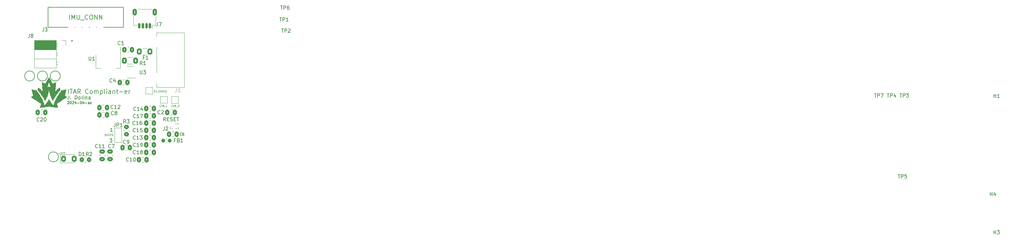
<source format=gto>
%TF.GenerationSoftware,KiCad,Pcbnew,7.0.2*%
%TF.CreationDate,2024-04-12T00:17:41-04:00*%
%TF.ProjectId,processor,70726f63-6573-4736-9f72-2e6b69636164,rev?*%
%TF.SameCoordinates,Original*%
%TF.FileFunction,Legend,Top*%
%TF.FilePolarity,Positive*%
%FSLAX46Y46*%
G04 Gerber Fmt 4.6, Leading zero omitted, Abs format (unit mm)*
G04 Created by KiCad (PCBNEW 7.0.2) date 2024-04-12 00:17:41*
%MOMM*%
%LPD*%
G01*
G04 APERTURE LIST*
G04 Aperture macros list*
%AMRoundRect*
0 Rectangle with rounded corners*
0 $1 Rounding radius*
0 $2 $3 $4 $5 $6 $7 $8 $9 X,Y pos of 4 corners*
0 Add a 4 corners polygon primitive as box body*
4,1,4,$2,$3,$4,$5,$6,$7,$8,$9,$2,$3,0*
0 Add four circle primitives for the rounded corners*
1,1,$1+$1,$2,$3*
1,1,$1+$1,$4,$5*
1,1,$1+$1,$6,$7*
1,1,$1+$1,$8,$9*
0 Add four rect primitives between the rounded corners*
20,1,$1+$1,$2,$3,$4,$5,0*
20,1,$1+$1,$4,$5,$6,$7,0*
20,1,$1+$1,$6,$7,$8,$9,0*
20,1,$1+$1,$8,$9,$2,$3,0*%
G04 Aperture macros list end*
%ADD10C,0.100000*%
%ADD11C,0.150000*%
%ADD12C,0.200000*%
%ADD13C,0.120000*%
%ADD14C,0.010000*%
%ADD15C,0.250000*%
%ADD16RoundRect,0.250000X-0.337500X-0.475000X0.337500X-0.475000X0.337500X0.475000X-0.337500X0.475000X0*%
%ADD17C,5.600000*%
%ADD18RoundRect,0.250000X0.337500X0.475000X-0.337500X0.475000X-0.337500X-0.475000X0.337500X-0.475000X0*%
%ADD19C,2.000000*%
%ADD20RoundRect,0.250001X-0.462499X-0.624999X0.462499X-0.624999X0.462499X0.624999X-0.462499X0.624999X0*%
%ADD21R,1.500000X1.500000*%
%ADD22R,1.500000X1.000000*%
%ADD23RoundRect,0.250000X-0.400000X-0.625000X0.400000X-0.625000X0.400000X0.625000X-0.400000X0.625000X0*%
%ADD24RoundRect,0.250000X-0.450000X0.350000X-0.450000X-0.350000X0.450000X-0.350000X0.450000X0.350000X0*%
%ADD25RoundRect,0.237500X-0.300000X-0.237500X0.300000X-0.237500X0.300000X0.237500X-0.300000X0.237500X0*%
%ADD26C,2.200000*%
%ADD27R,1.500000X2.000000*%
%ADD28R,3.800000X2.000000*%
%ADD29C,3.800000*%
%ADD30C,1.000000*%
%ADD31R,1.700000X1.700000*%
%ADD32O,1.700000X1.700000*%
%ADD33R,0.850000X0.850000*%
%ADD34O,0.850000X0.850000*%
%ADD35RoundRect,0.150000X0.150000X0.625000X-0.150000X0.625000X-0.150000X-0.625000X0.150000X-0.625000X0*%
%ADD36RoundRect,0.250000X0.350000X0.650000X-0.350000X0.650000X-0.350000X-0.650000X0.350000X-0.650000X0*%
%ADD37RoundRect,0.250000X0.475000X-0.337500X0.475000X0.337500X-0.475000X0.337500X-0.475000X-0.337500X0*%
%ADD38RoundRect,0.250000X0.350000X0.450000X-0.350000X0.450000X-0.350000X-0.450000X0.350000X-0.450000X0*%
%ADD39RoundRect,0.250000X-0.475000X0.337500X-0.475000X-0.337500X0.475000X-0.337500X0.475000X0.337500X0*%
%ADD40R,1.560000X0.650000*%
G04 APERTURE END LIST*
D10*
X173124761Y-93617190D02*
X173100952Y-93641000D01*
X173100952Y-93641000D02*
X173029523Y-93664809D01*
X173029523Y-93664809D02*
X172981904Y-93664809D01*
X172981904Y-93664809D02*
X172910476Y-93641000D01*
X172910476Y-93641000D02*
X172862857Y-93593380D01*
X172862857Y-93593380D02*
X172839047Y-93545761D01*
X172839047Y-93545761D02*
X172815238Y-93450523D01*
X172815238Y-93450523D02*
X172815238Y-93379095D01*
X172815238Y-93379095D02*
X172839047Y-93283857D01*
X172839047Y-93283857D02*
X172862857Y-93236238D01*
X172862857Y-93236238D02*
X172910476Y-93188619D01*
X172910476Y-93188619D02*
X172981904Y-93164809D01*
X172981904Y-93164809D02*
X173029523Y-93164809D01*
X173029523Y-93164809D02*
X173100952Y-93188619D01*
X173100952Y-93188619D02*
X173124761Y-93212428D01*
X173315238Y-93521952D02*
X173553333Y-93521952D01*
X173267619Y-93664809D02*
X173434285Y-93164809D01*
X173434285Y-93164809D02*
X173600952Y-93664809D01*
X173767618Y-93664809D02*
X173767618Y-93164809D01*
X173767618Y-93164809D02*
X174053332Y-93664809D01*
X174053332Y-93664809D02*
X174053332Y-93164809D01*
X174172381Y-93712428D02*
X174553333Y-93712428D01*
X174672380Y-93664809D02*
X174672380Y-93164809D01*
X174672380Y-93402904D02*
X174958094Y-93402904D01*
X174958094Y-93664809D02*
X174958094Y-93164809D01*
X169822761Y-93617190D02*
X169798952Y-93641000D01*
X169798952Y-93641000D02*
X169727523Y-93664809D01*
X169727523Y-93664809D02*
X169679904Y-93664809D01*
X169679904Y-93664809D02*
X169608476Y-93641000D01*
X169608476Y-93641000D02*
X169560857Y-93593380D01*
X169560857Y-93593380D02*
X169537047Y-93545761D01*
X169537047Y-93545761D02*
X169513238Y-93450523D01*
X169513238Y-93450523D02*
X169513238Y-93379095D01*
X169513238Y-93379095D02*
X169537047Y-93283857D01*
X169537047Y-93283857D02*
X169560857Y-93236238D01*
X169560857Y-93236238D02*
X169608476Y-93188619D01*
X169608476Y-93188619D02*
X169679904Y-93164809D01*
X169679904Y-93164809D02*
X169727523Y-93164809D01*
X169727523Y-93164809D02*
X169798952Y-93188619D01*
X169798952Y-93188619D02*
X169822761Y-93212428D01*
X170013238Y-93521952D02*
X170251333Y-93521952D01*
X169965619Y-93664809D02*
X170132285Y-93164809D01*
X170132285Y-93164809D02*
X170298952Y-93664809D01*
X170465618Y-93664809D02*
X170465618Y-93164809D01*
X170465618Y-93164809D02*
X170751332Y-93664809D01*
X170751332Y-93664809D02*
X170751332Y-93164809D01*
X170870381Y-93712428D02*
X171251333Y-93712428D01*
X171608475Y-93664809D02*
X171370380Y-93664809D01*
X171370380Y-93664809D02*
X171370380Y-93164809D01*
D11*
X144287809Y-90571619D02*
X144287809Y-91285904D01*
X144287809Y-91285904D02*
X144240190Y-91428761D01*
X144240190Y-91428761D02*
X144144952Y-91524000D01*
X144144952Y-91524000D02*
X144002095Y-91571619D01*
X144002095Y-91571619D02*
X143906857Y-91571619D01*
X144764000Y-91476380D02*
X144811619Y-91524000D01*
X144811619Y-91524000D02*
X144764000Y-91571619D01*
X144764000Y-91571619D02*
X144716381Y-91524000D01*
X144716381Y-91524000D02*
X144764000Y-91476380D01*
X144764000Y-91476380D02*
X144764000Y-91571619D01*
X146002095Y-91571619D02*
X146002095Y-90571619D01*
X146002095Y-90571619D02*
X146240190Y-90571619D01*
X146240190Y-90571619D02*
X146383047Y-90619238D01*
X146383047Y-90619238D02*
X146478285Y-90714476D01*
X146478285Y-90714476D02*
X146525904Y-90809714D01*
X146525904Y-90809714D02*
X146573523Y-91000190D01*
X146573523Y-91000190D02*
X146573523Y-91143047D01*
X146573523Y-91143047D02*
X146525904Y-91333523D01*
X146525904Y-91333523D02*
X146478285Y-91428761D01*
X146478285Y-91428761D02*
X146383047Y-91524000D01*
X146383047Y-91524000D02*
X146240190Y-91571619D01*
X146240190Y-91571619D02*
X146002095Y-91571619D01*
X147144952Y-91571619D02*
X147049714Y-91524000D01*
X147049714Y-91524000D02*
X147002095Y-91476380D01*
X147002095Y-91476380D02*
X146954476Y-91381142D01*
X146954476Y-91381142D02*
X146954476Y-91095428D01*
X146954476Y-91095428D02*
X147002095Y-91000190D01*
X147002095Y-91000190D02*
X147049714Y-90952571D01*
X147049714Y-90952571D02*
X147144952Y-90904952D01*
X147144952Y-90904952D02*
X147287809Y-90904952D01*
X147287809Y-90904952D02*
X147383047Y-90952571D01*
X147383047Y-90952571D02*
X147430666Y-91000190D01*
X147430666Y-91000190D02*
X147478285Y-91095428D01*
X147478285Y-91095428D02*
X147478285Y-91381142D01*
X147478285Y-91381142D02*
X147430666Y-91476380D01*
X147430666Y-91476380D02*
X147383047Y-91524000D01*
X147383047Y-91524000D02*
X147287809Y-91571619D01*
X147287809Y-91571619D02*
X147144952Y-91571619D01*
X148049714Y-91571619D02*
X147954476Y-91524000D01*
X147954476Y-91524000D02*
X147906857Y-91428761D01*
X147906857Y-91428761D02*
X147906857Y-90571619D01*
X148430667Y-91571619D02*
X148430667Y-90904952D01*
X148430667Y-90571619D02*
X148383048Y-90619238D01*
X148383048Y-90619238D02*
X148430667Y-90666857D01*
X148430667Y-90666857D02*
X148478286Y-90619238D01*
X148478286Y-90619238D02*
X148430667Y-90571619D01*
X148430667Y-90571619D02*
X148430667Y-90666857D01*
X148906857Y-90904952D02*
X148906857Y-91571619D01*
X148906857Y-91000190D02*
X148954476Y-90952571D01*
X148954476Y-90952571D02*
X149049714Y-90904952D01*
X149049714Y-90904952D02*
X149192571Y-90904952D01*
X149192571Y-90904952D02*
X149287809Y-90952571D01*
X149287809Y-90952571D02*
X149335428Y-91047809D01*
X149335428Y-91047809D02*
X149335428Y-91571619D01*
X150240190Y-91571619D02*
X150240190Y-91047809D01*
X150240190Y-91047809D02*
X150192571Y-90952571D01*
X150192571Y-90952571D02*
X150097333Y-90904952D01*
X150097333Y-90904952D02*
X149906857Y-90904952D01*
X149906857Y-90904952D02*
X149811619Y-90952571D01*
X150240190Y-91524000D02*
X150144952Y-91571619D01*
X150144952Y-91571619D02*
X149906857Y-91571619D01*
X149906857Y-91571619D02*
X149811619Y-91524000D01*
X149811619Y-91524000D02*
X149764000Y-91428761D01*
X149764000Y-91428761D02*
X149764000Y-91333523D01*
X149764000Y-91333523D02*
X149811619Y-91238285D01*
X149811619Y-91238285D02*
X149906857Y-91190666D01*
X149906857Y-91190666D02*
X150144952Y-91190666D01*
X150144952Y-91190666D02*
X150240190Y-91143047D01*
D10*
X141343047Y-106682333D02*
X141724000Y-106682333D01*
X141533523Y-106872809D02*
X141533523Y-106491857D01*
X141914476Y-106372809D02*
X142224000Y-106372809D01*
X142224000Y-106372809D02*
X142057333Y-106563285D01*
X142057333Y-106563285D02*
X142128762Y-106563285D01*
X142128762Y-106563285D02*
X142176381Y-106587095D01*
X142176381Y-106587095D02*
X142200190Y-106610904D01*
X142200190Y-106610904D02*
X142224000Y-106658523D01*
X142224000Y-106658523D02*
X142224000Y-106777571D01*
X142224000Y-106777571D02*
X142200190Y-106825190D01*
X142200190Y-106825190D02*
X142176381Y-106849000D01*
X142176381Y-106849000D02*
X142128762Y-106872809D01*
X142128762Y-106872809D02*
X141985905Y-106872809D01*
X141985905Y-106872809D02*
X141938286Y-106849000D01*
X141938286Y-106849000D02*
X141914476Y-106825190D01*
X142366857Y-106372809D02*
X142533523Y-106872809D01*
X142533523Y-106872809D02*
X142700190Y-106372809D01*
X142819237Y-106372809D02*
X143128761Y-106372809D01*
X143128761Y-106372809D02*
X142962094Y-106563285D01*
X142962094Y-106563285D02*
X143033523Y-106563285D01*
X143033523Y-106563285D02*
X143081142Y-106587095D01*
X143081142Y-106587095D02*
X143104951Y-106610904D01*
X143104951Y-106610904D02*
X143128761Y-106658523D01*
X143128761Y-106658523D02*
X143128761Y-106777571D01*
X143128761Y-106777571D02*
X143104951Y-106825190D01*
X143104951Y-106825190D02*
X143081142Y-106849000D01*
X143081142Y-106849000D02*
X143033523Y-106872809D01*
X143033523Y-106872809D02*
X142890666Y-106872809D01*
X142890666Y-106872809D02*
X142843047Y-106849000D01*
X142843047Y-106849000D02*
X142819237Y-106825190D01*
X168251142Y-89100809D02*
X168013047Y-89100809D01*
X168013047Y-89100809D02*
X167989238Y-89338904D01*
X167989238Y-89338904D02*
X168013047Y-89315095D01*
X168013047Y-89315095D02*
X168060666Y-89291285D01*
X168060666Y-89291285D02*
X168179714Y-89291285D01*
X168179714Y-89291285D02*
X168227333Y-89315095D01*
X168227333Y-89315095D02*
X168251142Y-89338904D01*
X168251142Y-89338904D02*
X168274952Y-89386523D01*
X168274952Y-89386523D02*
X168274952Y-89505571D01*
X168274952Y-89505571D02*
X168251142Y-89553190D01*
X168251142Y-89553190D02*
X168227333Y-89577000D01*
X168227333Y-89577000D02*
X168179714Y-89600809D01*
X168179714Y-89600809D02*
X168060666Y-89600809D01*
X168060666Y-89600809D02*
X168013047Y-89577000D01*
X168013047Y-89577000D02*
X167989238Y-89553190D01*
X168417809Y-89100809D02*
X168584475Y-89600809D01*
X168584475Y-89600809D02*
X168751142Y-89100809D01*
X168798761Y-89648428D02*
X169179713Y-89648428D01*
X169274951Y-89577000D02*
X169346379Y-89600809D01*
X169346379Y-89600809D02*
X169465427Y-89600809D01*
X169465427Y-89600809D02*
X169513046Y-89577000D01*
X169513046Y-89577000D02*
X169536855Y-89553190D01*
X169536855Y-89553190D02*
X169560665Y-89505571D01*
X169560665Y-89505571D02*
X169560665Y-89457952D01*
X169560665Y-89457952D02*
X169536855Y-89410333D01*
X169536855Y-89410333D02*
X169513046Y-89386523D01*
X169513046Y-89386523D02*
X169465427Y-89362714D01*
X169465427Y-89362714D02*
X169370189Y-89338904D01*
X169370189Y-89338904D02*
X169322570Y-89315095D01*
X169322570Y-89315095D02*
X169298760Y-89291285D01*
X169298760Y-89291285D02*
X169274951Y-89243666D01*
X169274951Y-89243666D02*
X169274951Y-89196047D01*
X169274951Y-89196047D02*
X169298760Y-89148428D01*
X169298760Y-89148428D02*
X169322570Y-89124619D01*
X169322570Y-89124619D02*
X169370189Y-89100809D01*
X169370189Y-89100809D02*
X169489236Y-89100809D01*
X169489236Y-89100809D02*
X169560665Y-89124619D01*
X169774950Y-89338904D02*
X169941617Y-89338904D01*
X170013045Y-89600809D02*
X169774950Y-89600809D01*
X169774950Y-89600809D02*
X169774950Y-89100809D01*
X169774950Y-89100809D02*
X170013045Y-89100809D01*
X170227331Y-89600809D02*
X170227331Y-89100809D01*
X170227331Y-89100809D02*
X170513045Y-89600809D01*
X170513045Y-89600809D02*
X170513045Y-89100809D01*
X170727332Y-89577000D02*
X170798760Y-89600809D01*
X170798760Y-89600809D02*
X170917808Y-89600809D01*
X170917808Y-89600809D02*
X170965427Y-89577000D01*
X170965427Y-89577000D02*
X170989236Y-89553190D01*
X170989236Y-89553190D02*
X171013046Y-89505571D01*
X171013046Y-89505571D02*
X171013046Y-89457952D01*
X171013046Y-89457952D02*
X170989236Y-89410333D01*
X170989236Y-89410333D02*
X170965427Y-89386523D01*
X170965427Y-89386523D02*
X170917808Y-89362714D01*
X170917808Y-89362714D02*
X170822570Y-89338904D01*
X170822570Y-89338904D02*
X170774951Y-89315095D01*
X170774951Y-89315095D02*
X170751141Y-89291285D01*
X170751141Y-89291285D02*
X170727332Y-89243666D01*
X170727332Y-89243666D02*
X170727332Y-89196047D01*
X170727332Y-89196047D02*
X170751141Y-89148428D01*
X170751141Y-89148428D02*
X170774951Y-89124619D01*
X170774951Y-89124619D02*
X170822570Y-89100809D01*
X170822570Y-89100809D02*
X170941617Y-89100809D01*
X170941617Y-89100809D02*
X171013046Y-89124619D01*
X171227331Y-89338904D02*
X171393998Y-89338904D01*
X171465426Y-89600809D02*
X171227331Y-89600809D01*
X171227331Y-89600809D02*
X171227331Y-89100809D01*
X171227331Y-89100809D02*
X171465426Y-89100809D01*
D11*
X143897333Y-92245000D02*
X143930666Y-92211666D01*
X143930666Y-92211666D02*
X143997333Y-92178333D01*
X143997333Y-92178333D02*
X144164000Y-92178333D01*
X144164000Y-92178333D02*
X144230666Y-92211666D01*
X144230666Y-92211666D02*
X144264000Y-92245000D01*
X144264000Y-92245000D02*
X144297333Y-92311666D01*
X144297333Y-92311666D02*
X144297333Y-92378333D01*
X144297333Y-92378333D02*
X144264000Y-92478333D01*
X144264000Y-92478333D02*
X143864000Y-92878333D01*
X143864000Y-92878333D02*
X144297333Y-92878333D01*
X144730667Y-92178333D02*
X144797333Y-92178333D01*
X144797333Y-92178333D02*
X144864000Y-92211666D01*
X144864000Y-92211666D02*
X144897333Y-92245000D01*
X144897333Y-92245000D02*
X144930667Y-92311666D01*
X144930667Y-92311666D02*
X144964000Y-92445000D01*
X144964000Y-92445000D02*
X144964000Y-92611666D01*
X144964000Y-92611666D02*
X144930667Y-92745000D01*
X144930667Y-92745000D02*
X144897333Y-92811666D01*
X144897333Y-92811666D02*
X144864000Y-92845000D01*
X144864000Y-92845000D02*
X144797333Y-92878333D01*
X144797333Y-92878333D02*
X144730667Y-92878333D01*
X144730667Y-92878333D02*
X144664000Y-92845000D01*
X144664000Y-92845000D02*
X144630667Y-92811666D01*
X144630667Y-92811666D02*
X144597333Y-92745000D01*
X144597333Y-92745000D02*
X144564000Y-92611666D01*
X144564000Y-92611666D02*
X144564000Y-92445000D01*
X144564000Y-92445000D02*
X144597333Y-92311666D01*
X144597333Y-92311666D02*
X144630667Y-92245000D01*
X144630667Y-92245000D02*
X144664000Y-92211666D01*
X144664000Y-92211666D02*
X144730667Y-92178333D01*
X145230667Y-92245000D02*
X145264000Y-92211666D01*
X145264000Y-92211666D02*
X145330667Y-92178333D01*
X145330667Y-92178333D02*
X145497334Y-92178333D01*
X145497334Y-92178333D02*
X145564000Y-92211666D01*
X145564000Y-92211666D02*
X145597334Y-92245000D01*
X145597334Y-92245000D02*
X145630667Y-92311666D01*
X145630667Y-92311666D02*
X145630667Y-92378333D01*
X145630667Y-92378333D02*
X145597334Y-92478333D01*
X145597334Y-92478333D02*
X145197334Y-92878333D01*
X145197334Y-92878333D02*
X145630667Y-92878333D01*
X146230667Y-92411666D02*
X146230667Y-92878333D01*
X146064001Y-92145000D02*
X145897334Y-92645000D01*
X145897334Y-92645000D02*
X146330667Y-92645000D01*
X146597334Y-92611666D02*
X147130668Y-92611666D01*
X147597335Y-92178333D02*
X147664001Y-92178333D01*
X147664001Y-92178333D02*
X147730668Y-92211666D01*
X147730668Y-92211666D02*
X147764001Y-92245000D01*
X147764001Y-92245000D02*
X147797335Y-92311666D01*
X147797335Y-92311666D02*
X147830668Y-92445000D01*
X147830668Y-92445000D02*
X147830668Y-92611666D01*
X147830668Y-92611666D02*
X147797335Y-92745000D01*
X147797335Y-92745000D02*
X147764001Y-92811666D01*
X147764001Y-92811666D02*
X147730668Y-92845000D01*
X147730668Y-92845000D02*
X147664001Y-92878333D01*
X147664001Y-92878333D02*
X147597335Y-92878333D01*
X147597335Y-92878333D02*
X147530668Y-92845000D01*
X147530668Y-92845000D02*
X147497335Y-92811666D01*
X147497335Y-92811666D02*
X147464001Y-92745000D01*
X147464001Y-92745000D02*
X147430668Y-92611666D01*
X147430668Y-92611666D02*
X147430668Y-92445000D01*
X147430668Y-92445000D02*
X147464001Y-92311666D01*
X147464001Y-92311666D02*
X147497335Y-92245000D01*
X147497335Y-92245000D02*
X147530668Y-92211666D01*
X147530668Y-92211666D02*
X147597335Y-92178333D01*
X148430668Y-92411666D02*
X148430668Y-92878333D01*
X148264002Y-92145000D02*
X148097335Y-92645000D01*
X148097335Y-92645000D02*
X148530668Y-92645000D01*
X148797335Y-92611666D02*
X149330669Y-92611666D01*
X149597336Y-92878333D02*
X149964002Y-92411666D01*
X149597336Y-92411666D02*
X149964002Y-92878333D01*
X150164003Y-92878333D02*
X150530669Y-92411666D01*
X150164003Y-92411666D02*
X150530669Y-92878333D01*
D12*
X171243523Y-97667619D02*
X170910190Y-97191428D01*
X170672095Y-97667619D02*
X170672095Y-96667619D01*
X170672095Y-96667619D02*
X171053047Y-96667619D01*
X171053047Y-96667619D02*
X171148285Y-96715238D01*
X171148285Y-96715238D02*
X171195904Y-96762857D01*
X171195904Y-96762857D02*
X171243523Y-96858095D01*
X171243523Y-96858095D02*
X171243523Y-97000952D01*
X171243523Y-97000952D02*
X171195904Y-97096190D01*
X171195904Y-97096190D02*
X171148285Y-97143809D01*
X171148285Y-97143809D02*
X171053047Y-97191428D01*
X171053047Y-97191428D02*
X170672095Y-97191428D01*
X171672095Y-97143809D02*
X172005428Y-97143809D01*
X172148285Y-97667619D02*
X171672095Y-97667619D01*
X171672095Y-97667619D02*
X171672095Y-96667619D01*
X171672095Y-96667619D02*
X172148285Y-96667619D01*
X172529238Y-97620000D02*
X172672095Y-97667619D01*
X172672095Y-97667619D02*
X172910190Y-97667619D01*
X172910190Y-97667619D02*
X173005428Y-97620000D01*
X173005428Y-97620000D02*
X173053047Y-97572380D01*
X173053047Y-97572380D02*
X173100666Y-97477142D01*
X173100666Y-97477142D02*
X173100666Y-97381904D01*
X173100666Y-97381904D02*
X173053047Y-97286666D01*
X173053047Y-97286666D02*
X173005428Y-97239047D01*
X173005428Y-97239047D02*
X172910190Y-97191428D01*
X172910190Y-97191428D02*
X172719714Y-97143809D01*
X172719714Y-97143809D02*
X172624476Y-97096190D01*
X172624476Y-97096190D02*
X172576857Y-97048571D01*
X172576857Y-97048571D02*
X172529238Y-96953333D01*
X172529238Y-96953333D02*
X172529238Y-96858095D01*
X172529238Y-96858095D02*
X172576857Y-96762857D01*
X172576857Y-96762857D02*
X172624476Y-96715238D01*
X172624476Y-96715238D02*
X172719714Y-96667619D01*
X172719714Y-96667619D02*
X172957809Y-96667619D01*
X172957809Y-96667619D02*
X173100666Y-96715238D01*
X173529238Y-97143809D02*
X173862571Y-97143809D01*
X174005428Y-97667619D02*
X173529238Y-97667619D01*
X173529238Y-97667619D02*
X173529238Y-96667619D01*
X173529238Y-96667619D02*
X174005428Y-96667619D01*
X174291143Y-96667619D02*
X174862571Y-96667619D01*
X174576857Y-97667619D02*
X174576857Y-96667619D01*
D10*
X154463714Y-101530904D02*
X154535142Y-101554714D01*
X154535142Y-101554714D02*
X154558952Y-101578523D01*
X154558952Y-101578523D02*
X154582761Y-101626142D01*
X154582761Y-101626142D02*
X154582761Y-101697571D01*
X154582761Y-101697571D02*
X154558952Y-101745190D01*
X154558952Y-101745190D02*
X154535142Y-101769000D01*
X154535142Y-101769000D02*
X154487523Y-101792809D01*
X154487523Y-101792809D02*
X154297047Y-101792809D01*
X154297047Y-101792809D02*
X154297047Y-101292809D01*
X154297047Y-101292809D02*
X154463714Y-101292809D01*
X154463714Y-101292809D02*
X154511333Y-101316619D01*
X154511333Y-101316619D02*
X154535142Y-101340428D01*
X154535142Y-101340428D02*
X154558952Y-101388047D01*
X154558952Y-101388047D02*
X154558952Y-101435666D01*
X154558952Y-101435666D02*
X154535142Y-101483285D01*
X154535142Y-101483285D02*
X154511333Y-101507095D01*
X154511333Y-101507095D02*
X154463714Y-101530904D01*
X154463714Y-101530904D02*
X154297047Y-101530904D01*
X154892285Y-101292809D02*
X154987523Y-101292809D01*
X154987523Y-101292809D02*
X155035142Y-101316619D01*
X155035142Y-101316619D02*
X155082761Y-101364238D01*
X155082761Y-101364238D02*
X155106571Y-101459476D01*
X155106571Y-101459476D02*
X155106571Y-101626142D01*
X155106571Y-101626142D02*
X155082761Y-101721380D01*
X155082761Y-101721380D02*
X155035142Y-101769000D01*
X155035142Y-101769000D02*
X154987523Y-101792809D01*
X154987523Y-101792809D02*
X154892285Y-101792809D01*
X154892285Y-101792809D02*
X154844666Y-101769000D01*
X154844666Y-101769000D02*
X154797047Y-101721380D01*
X154797047Y-101721380D02*
X154773238Y-101626142D01*
X154773238Y-101626142D02*
X154773238Y-101459476D01*
X154773238Y-101459476D02*
X154797047Y-101364238D01*
X154797047Y-101364238D02*
X154844666Y-101316619D01*
X154844666Y-101316619D02*
X154892285Y-101292809D01*
X155416095Y-101292809D02*
X155511333Y-101292809D01*
X155511333Y-101292809D02*
X155558952Y-101316619D01*
X155558952Y-101316619D02*
X155606571Y-101364238D01*
X155606571Y-101364238D02*
X155630381Y-101459476D01*
X155630381Y-101459476D02*
X155630381Y-101626142D01*
X155630381Y-101626142D02*
X155606571Y-101721380D01*
X155606571Y-101721380D02*
X155558952Y-101769000D01*
X155558952Y-101769000D02*
X155511333Y-101792809D01*
X155511333Y-101792809D02*
X155416095Y-101792809D01*
X155416095Y-101792809D02*
X155368476Y-101769000D01*
X155368476Y-101769000D02*
X155320857Y-101721380D01*
X155320857Y-101721380D02*
X155297048Y-101626142D01*
X155297048Y-101626142D02*
X155297048Y-101459476D01*
X155297048Y-101459476D02*
X155320857Y-101364238D01*
X155320857Y-101364238D02*
X155368476Y-101316619D01*
X155368476Y-101316619D02*
X155416095Y-101292809D01*
X155773239Y-101292809D02*
X156058953Y-101292809D01*
X155916096Y-101792809D02*
X155916096Y-101292809D01*
X156320857Y-101292809D02*
X156368476Y-101292809D01*
X156368476Y-101292809D02*
X156416095Y-101316619D01*
X156416095Y-101316619D02*
X156439905Y-101340428D01*
X156439905Y-101340428D02*
X156463714Y-101388047D01*
X156463714Y-101388047D02*
X156487524Y-101483285D01*
X156487524Y-101483285D02*
X156487524Y-101602333D01*
X156487524Y-101602333D02*
X156463714Y-101697571D01*
X156463714Y-101697571D02*
X156439905Y-101745190D01*
X156439905Y-101745190D02*
X156416095Y-101769000D01*
X156416095Y-101769000D02*
X156368476Y-101792809D01*
X156368476Y-101792809D02*
X156320857Y-101792809D01*
X156320857Y-101792809D02*
X156273238Y-101769000D01*
X156273238Y-101769000D02*
X156249429Y-101745190D01*
X156249429Y-101745190D02*
X156225619Y-101697571D01*
X156225619Y-101697571D02*
X156201810Y-101602333D01*
X156201810Y-101602333D02*
X156201810Y-101483285D01*
X156201810Y-101483285D02*
X156225619Y-101388047D01*
X156225619Y-101388047D02*
X156249429Y-101340428D01*
X156249429Y-101340428D02*
X156273238Y-101316619D01*
X156273238Y-101316619D02*
X156320857Y-101292809D01*
D11*
X144142095Y-89986273D02*
X144142095Y-88736273D01*
X144558761Y-88736273D02*
X145273047Y-88736273D01*
X144915904Y-89986273D02*
X144915904Y-88736273D01*
X145630190Y-89629130D02*
X146225428Y-89629130D01*
X145511142Y-89986273D02*
X145927809Y-88736273D01*
X145927809Y-88736273D02*
X146344475Y-89986273D01*
X147475428Y-89986273D02*
X147058762Y-89391035D01*
X146761143Y-89986273D02*
X146761143Y-88736273D01*
X146761143Y-88736273D02*
X147237333Y-88736273D01*
X147237333Y-88736273D02*
X147356381Y-88795797D01*
X147356381Y-88795797D02*
X147415904Y-88855321D01*
X147415904Y-88855321D02*
X147475428Y-88974369D01*
X147475428Y-88974369D02*
X147475428Y-89152940D01*
X147475428Y-89152940D02*
X147415904Y-89271988D01*
X147415904Y-89271988D02*
X147356381Y-89331511D01*
X147356381Y-89331511D02*
X147237333Y-89391035D01*
X147237333Y-89391035D02*
X146761143Y-89391035D01*
X149677809Y-89867226D02*
X149618285Y-89926750D01*
X149618285Y-89926750D02*
X149439714Y-89986273D01*
X149439714Y-89986273D02*
X149320666Y-89986273D01*
X149320666Y-89986273D02*
X149142095Y-89926750D01*
X149142095Y-89926750D02*
X149023047Y-89807702D01*
X149023047Y-89807702D02*
X148963524Y-89688654D01*
X148963524Y-89688654D02*
X148904000Y-89450559D01*
X148904000Y-89450559D02*
X148904000Y-89271988D01*
X148904000Y-89271988D02*
X148963524Y-89033892D01*
X148963524Y-89033892D02*
X149023047Y-88914845D01*
X149023047Y-88914845D02*
X149142095Y-88795797D01*
X149142095Y-88795797D02*
X149320666Y-88736273D01*
X149320666Y-88736273D02*
X149439714Y-88736273D01*
X149439714Y-88736273D02*
X149618285Y-88795797D01*
X149618285Y-88795797D02*
X149677809Y-88855321D01*
X150392095Y-89986273D02*
X150273047Y-89926750D01*
X150273047Y-89926750D02*
X150213524Y-89867226D01*
X150213524Y-89867226D02*
X150154000Y-89748178D01*
X150154000Y-89748178D02*
X150154000Y-89391035D01*
X150154000Y-89391035D02*
X150213524Y-89271988D01*
X150213524Y-89271988D02*
X150273047Y-89212464D01*
X150273047Y-89212464D02*
X150392095Y-89152940D01*
X150392095Y-89152940D02*
X150570666Y-89152940D01*
X150570666Y-89152940D02*
X150689714Y-89212464D01*
X150689714Y-89212464D02*
X150749238Y-89271988D01*
X150749238Y-89271988D02*
X150808762Y-89391035D01*
X150808762Y-89391035D02*
X150808762Y-89748178D01*
X150808762Y-89748178D02*
X150749238Y-89867226D01*
X150749238Y-89867226D02*
X150689714Y-89926750D01*
X150689714Y-89926750D02*
X150570666Y-89986273D01*
X150570666Y-89986273D02*
X150392095Y-89986273D01*
X151344476Y-89986273D02*
X151344476Y-89152940D01*
X151344476Y-89271988D02*
X151403999Y-89212464D01*
X151403999Y-89212464D02*
X151523047Y-89152940D01*
X151523047Y-89152940D02*
X151701618Y-89152940D01*
X151701618Y-89152940D02*
X151820666Y-89212464D01*
X151820666Y-89212464D02*
X151880190Y-89331511D01*
X151880190Y-89331511D02*
X151880190Y-89986273D01*
X151880190Y-89331511D02*
X151939714Y-89212464D01*
X151939714Y-89212464D02*
X152058761Y-89152940D01*
X152058761Y-89152940D02*
X152237333Y-89152940D01*
X152237333Y-89152940D02*
X152356380Y-89212464D01*
X152356380Y-89212464D02*
X152415904Y-89331511D01*
X152415904Y-89331511D02*
X152415904Y-89986273D01*
X153011143Y-89152940D02*
X153011143Y-90402940D01*
X153011143Y-89212464D02*
X153130190Y-89152940D01*
X153130190Y-89152940D02*
X153368285Y-89152940D01*
X153368285Y-89152940D02*
X153487333Y-89212464D01*
X153487333Y-89212464D02*
X153546857Y-89271988D01*
X153546857Y-89271988D02*
X153606381Y-89391035D01*
X153606381Y-89391035D02*
X153606381Y-89748178D01*
X153606381Y-89748178D02*
X153546857Y-89867226D01*
X153546857Y-89867226D02*
X153487333Y-89926750D01*
X153487333Y-89926750D02*
X153368285Y-89986273D01*
X153368285Y-89986273D02*
X153130190Y-89986273D01*
X153130190Y-89986273D02*
X153011143Y-89926750D01*
X154320666Y-89986273D02*
X154201618Y-89926750D01*
X154201618Y-89926750D02*
X154142095Y-89807702D01*
X154142095Y-89807702D02*
X154142095Y-88736273D01*
X154796857Y-89986273D02*
X154796857Y-89152940D01*
X154796857Y-88736273D02*
X154737333Y-88795797D01*
X154737333Y-88795797D02*
X154796857Y-88855321D01*
X154796857Y-88855321D02*
X154856380Y-88795797D01*
X154856380Y-88795797D02*
X154796857Y-88736273D01*
X154796857Y-88736273D02*
X154796857Y-88855321D01*
X155927809Y-89986273D02*
X155927809Y-89331511D01*
X155927809Y-89331511D02*
X155868285Y-89212464D01*
X155868285Y-89212464D02*
X155749237Y-89152940D01*
X155749237Y-89152940D02*
X155511142Y-89152940D01*
X155511142Y-89152940D02*
X155392095Y-89212464D01*
X155927809Y-89926750D02*
X155808761Y-89986273D01*
X155808761Y-89986273D02*
X155511142Y-89986273D01*
X155511142Y-89986273D02*
X155392095Y-89926750D01*
X155392095Y-89926750D02*
X155332571Y-89807702D01*
X155332571Y-89807702D02*
X155332571Y-89688654D01*
X155332571Y-89688654D02*
X155392095Y-89569607D01*
X155392095Y-89569607D02*
X155511142Y-89510083D01*
X155511142Y-89510083D02*
X155808761Y-89510083D01*
X155808761Y-89510083D02*
X155927809Y-89450559D01*
X156523047Y-89152940D02*
X156523047Y-89986273D01*
X156523047Y-89271988D02*
X156582570Y-89212464D01*
X156582570Y-89212464D02*
X156701618Y-89152940D01*
X156701618Y-89152940D02*
X156880189Y-89152940D01*
X156880189Y-89152940D02*
X156999237Y-89212464D01*
X156999237Y-89212464D02*
X157058761Y-89331511D01*
X157058761Y-89331511D02*
X157058761Y-89986273D01*
X157475427Y-89152940D02*
X157951618Y-89152940D01*
X157653999Y-88736273D02*
X157653999Y-89807702D01*
X157653999Y-89807702D02*
X157713522Y-89926750D01*
X157713522Y-89926750D02*
X157832570Y-89986273D01*
X157832570Y-89986273D02*
X157951618Y-89986273D01*
X158368285Y-89510083D02*
X159320666Y-89510083D01*
X160392094Y-89926750D02*
X160273046Y-89986273D01*
X160273046Y-89986273D02*
X160034951Y-89986273D01*
X160034951Y-89986273D02*
X159915904Y-89926750D01*
X159915904Y-89926750D02*
X159856380Y-89807702D01*
X159856380Y-89807702D02*
X159856380Y-89331511D01*
X159856380Y-89331511D02*
X159915904Y-89212464D01*
X159915904Y-89212464D02*
X160034951Y-89152940D01*
X160034951Y-89152940D02*
X160273046Y-89152940D01*
X160273046Y-89152940D02*
X160392094Y-89212464D01*
X160392094Y-89212464D02*
X160451618Y-89331511D01*
X160451618Y-89331511D02*
X160451618Y-89450559D01*
X160451618Y-89450559D02*
X159856380Y-89569607D01*
X160987333Y-89986273D02*
X160987333Y-89152940D01*
X160987333Y-89391035D02*
X161046856Y-89271988D01*
X161046856Y-89271988D02*
X161106380Y-89212464D01*
X161106380Y-89212464D02*
X161225428Y-89152940D01*
X161225428Y-89152940D02*
X161344475Y-89152940D01*
%TO.C,C2*%
X169674306Y-95626189D02*
X169626687Y-95673809D01*
X169626687Y-95673809D02*
X169483830Y-95721428D01*
X169483830Y-95721428D02*
X169388592Y-95721428D01*
X169388592Y-95721428D02*
X169245735Y-95673809D01*
X169245735Y-95673809D02*
X169150497Y-95578570D01*
X169150497Y-95578570D02*
X169102878Y-95483332D01*
X169102878Y-95483332D02*
X169055259Y-95292856D01*
X169055259Y-95292856D02*
X169055259Y-95149999D01*
X169055259Y-95149999D02*
X169102878Y-94959523D01*
X169102878Y-94959523D02*
X169150497Y-94864285D01*
X169150497Y-94864285D02*
X169245735Y-94769047D01*
X169245735Y-94769047D02*
X169388592Y-94721428D01*
X169388592Y-94721428D02*
X169483830Y-94721428D01*
X169483830Y-94721428D02*
X169626687Y-94769047D01*
X169626687Y-94769047D02*
X169674306Y-94816666D01*
X170055259Y-94816666D02*
X170102878Y-94769047D01*
X170102878Y-94769047D02*
X170198116Y-94721428D01*
X170198116Y-94721428D02*
X170436211Y-94721428D01*
X170436211Y-94721428D02*
X170531449Y-94769047D01*
X170531449Y-94769047D02*
X170579068Y-94816666D01*
X170579068Y-94816666D02*
X170626687Y-94911904D01*
X170626687Y-94911904D02*
X170626687Y-95007142D01*
X170626687Y-95007142D02*
X170579068Y-95149999D01*
X170579068Y-95149999D02*
X170007640Y-95721428D01*
X170007640Y-95721428D02*
X170626687Y-95721428D01*
%TO.C,H3*%
X401828095Y-129240619D02*
X401828095Y-128240619D01*
X401828095Y-128716809D02*
X402399523Y-128716809D01*
X402399523Y-129240619D02*
X402399523Y-128240619D01*
X402780476Y-128240619D02*
X403399523Y-128240619D01*
X403399523Y-128240619D02*
X403066190Y-128621571D01*
X403066190Y-128621571D02*
X403209047Y-128621571D01*
X403209047Y-128621571D02*
X403304285Y-128669190D01*
X403304285Y-128669190D02*
X403351904Y-128716809D01*
X403351904Y-128716809D02*
X403399523Y-128812047D01*
X403399523Y-128812047D02*
X403399523Y-129050142D01*
X403399523Y-129050142D02*
X403351904Y-129145380D01*
X403351904Y-129145380D02*
X403304285Y-129193000D01*
X403304285Y-129193000D02*
X403209047Y-129240619D01*
X403209047Y-129240619D02*
X402923333Y-129240619D01*
X402923333Y-129240619D02*
X402828095Y-129193000D01*
X402828095Y-129193000D02*
X402780476Y-129145380D01*
%TO.C,C14*%
X162927797Y-94655535D02*
X162880178Y-94703155D01*
X162880178Y-94703155D02*
X162737321Y-94750774D01*
X162737321Y-94750774D02*
X162642083Y-94750774D01*
X162642083Y-94750774D02*
X162499226Y-94703155D01*
X162499226Y-94703155D02*
X162403988Y-94607916D01*
X162403988Y-94607916D02*
X162356369Y-94512678D01*
X162356369Y-94512678D02*
X162308750Y-94322202D01*
X162308750Y-94322202D02*
X162308750Y-94179345D01*
X162308750Y-94179345D02*
X162356369Y-93988869D01*
X162356369Y-93988869D02*
X162403988Y-93893631D01*
X162403988Y-93893631D02*
X162499226Y-93798393D01*
X162499226Y-93798393D02*
X162642083Y-93750774D01*
X162642083Y-93750774D02*
X162737321Y-93750774D01*
X162737321Y-93750774D02*
X162880178Y-93798393D01*
X162880178Y-93798393D02*
X162927797Y-93846012D01*
X163880178Y-94750774D02*
X163308750Y-94750774D01*
X163594464Y-94750774D02*
X163594464Y-93750774D01*
X163594464Y-93750774D02*
X163499226Y-93893631D01*
X163499226Y-93893631D02*
X163403988Y-93988869D01*
X163403988Y-93988869D02*
X163308750Y-94036488D01*
X164737321Y-94084107D02*
X164737321Y-94750774D01*
X164499226Y-93703155D02*
X164261131Y-94417440D01*
X164261131Y-94417440D02*
X164880178Y-94417440D01*
%TO.C,TP3*%
X375674095Y-90013619D02*
X376245523Y-90013619D01*
X375959809Y-91013619D02*
X375959809Y-90013619D01*
X376578857Y-91013619D02*
X376578857Y-90013619D01*
X376578857Y-90013619D02*
X376959809Y-90013619D01*
X376959809Y-90013619D02*
X377055047Y-90061238D01*
X377055047Y-90061238D02*
X377102666Y-90108857D01*
X377102666Y-90108857D02*
X377150285Y-90204095D01*
X377150285Y-90204095D02*
X377150285Y-90346952D01*
X377150285Y-90346952D02*
X377102666Y-90442190D01*
X377102666Y-90442190D02*
X377055047Y-90489809D01*
X377055047Y-90489809D02*
X376959809Y-90537428D01*
X376959809Y-90537428D02*
X376578857Y-90537428D01*
X377483619Y-90013619D02*
X378102666Y-90013619D01*
X378102666Y-90013619D02*
X377769333Y-90394571D01*
X377769333Y-90394571D02*
X377912190Y-90394571D01*
X377912190Y-90394571D02*
X378007428Y-90442190D01*
X378007428Y-90442190D02*
X378055047Y-90489809D01*
X378055047Y-90489809D02*
X378102666Y-90585047D01*
X378102666Y-90585047D02*
X378102666Y-90823142D01*
X378102666Y-90823142D02*
X378055047Y-90918380D01*
X378055047Y-90918380D02*
X378007428Y-90966000D01*
X378007428Y-90966000D02*
X377912190Y-91013619D01*
X377912190Y-91013619D02*
X377626476Y-91013619D01*
X377626476Y-91013619D02*
X377531238Y-90966000D01*
X377531238Y-90966000D02*
X377483619Y-90918380D01*
%TO.C,C19*%
X162827642Y-104726535D02*
X162780023Y-104774155D01*
X162780023Y-104774155D02*
X162637166Y-104821774D01*
X162637166Y-104821774D02*
X162541928Y-104821774D01*
X162541928Y-104821774D02*
X162399071Y-104774155D01*
X162399071Y-104774155D02*
X162303833Y-104678916D01*
X162303833Y-104678916D02*
X162256214Y-104583678D01*
X162256214Y-104583678D02*
X162208595Y-104393202D01*
X162208595Y-104393202D02*
X162208595Y-104250345D01*
X162208595Y-104250345D02*
X162256214Y-104059869D01*
X162256214Y-104059869D02*
X162303833Y-103964631D01*
X162303833Y-103964631D02*
X162399071Y-103869393D01*
X162399071Y-103869393D02*
X162541928Y-103821774D01*
X162541928Y-103821774D02*
X162637166Y-103821774D01*
X162637166Y-103821774D02*
X162780023Y-103869393D01*
X162780023Y-103869393D02*
X162827642Y-103917012D01*
X163780023Y-104821774D02*
X163208595Y-104821774D01*
X163494309Y-104821774D02*
X163494309Y-103821774D01*
X163494309Y-103821774D02*
X163399071Y-103964631D01*
X163399071Y-103964631D02*
X163303833Y-104059869D01*
X163303833Y-104059869D02*
X163208595Y-104107488D01*
X164256214Y-104821774D02*
X164446690Y-104821774D01*
X164446690Y-104821774D02*
X164541928Y-104774155D01*
X164541928Y-104774155D02*
X164589547Y-104726535D01*
X164589547Y-104726535D02*
X164684785Y-104583678D01*
X164684785Y-104583678D02*
X164732404Y-104393202D01*
X164732404Y-104393202D02*
X164732404Y-104012250D01*
X164732404Y-104012250D02*
X164684785Y-103917012D01*
X164684785Y-103917012D02*
X164637166Y-103869393D01*
X164637166Y-103869393D02*
X164541928Y-103821774D01*
X164541928Y-103821774D02*
X164351452Y-103821774D01*
X164351452Y-103821774D02*
X164256214Y-103869393D01*
X164256214Y-103869393D02*
X164208595Y-103917012D01*
X164208595Y-103917012D02*
X164160976Y-104012250D01*
X164160976Y-104012250D02*
X164160976Y-104250345D01*
X164160976Y-104250345D02*
X164208595Y-104345583D01*
X164208595Y-104345583D02*
X164256214Y-104393202D01*
X164256214Y-104393202D02*
X164351452Y-104440821D01*
X164351452Y-104440821D02*
X164541928Y-104440821D01*
X164541928Y-104440821D02*
X164637166Y-104393202D01*
X164637166Y-104393202D02*
X164684785Y-104345583D01*
X164684785Y-104345583D02*
X164732404Y-104250345D01*
%TO.C,F1*%
X165274666Y-79948809D02*
X164941333Y-79948809D01*
X164941333Y-80472619D02*
X164941333Y-79472619D01*
X164941333Y-79472619D02*
X165417523Y-79472619D01*
X166322285Y-80472619D02*
X165750857Y-80472619D01*
X166036571Y-80472619D02*
X166036571Y-79472619D01*
X166036571Y-79472619D02*
X165941333Y-79615476D01*
X165941333Y-79615476D02*
X165846095Y-79710714D01*
X165846095Y-79710714D02*
X165750857Y-79758333D01*
%TO.C,TP1*%
X202954095Y-68804619D02*
X203525523Y-68804619D01*
X203239809Y-69804619D02*
X203239809Y-68804619D01*
X203858857Y-69804619D02*
X203858857Y-68804619D01*
X203858857Y-68804619D02*
X204239809Y-68804619D01*
X204239809Y-68804619D02*
X204335047Y-68852238D01*
X204335047Y-68852238D02*
X204382666Y-68899857D01*
X204382666Y-68899857D02*
X204430285Y-68995095D01*
X204430285Y-68995095D02*
X204430285Y-69137952D01*
X204430285Y-69137952D02*
X204382666Y-69233190D01*
X204382666Y-69233190D02*
X204335047Y-69280809D01*
X204335047Y-69280809D02*
X204239809Y-69328428D01*
X204239809Y-69328428D02*
X203858857Y-69328428D01*
X205382666Y-69804619D02*
X204811238Y-69804619D01*
X205096952Y-69804619D02*
X205096952Y-68804619D01*
X205096952Y-68804619D02*
X205001714Y-68947476D01*
X205001714Y-68947476D02*
X204906476Y-69042714D01*
X204906476Y-69042714D02*
X204811238Y-69090333D01*
%TO.C,JP1*%
X157154666Y-98268619D02*
X157154666Y-98982904D01*
X157154666Y-98982904D02*
X157107047Y-99125761D01*
X157107047Y-99125761D02*
X157011809Y-99221000D01*
X157011809Y-99221000D02*
X156868952Y-99268619D01*
X156868952Y-99268619D02*
X156773714Y-99268619D01*
X157630857Y-99268619D02*
X157630857Y-98268619D01*
X157630857Y-98268619D02*
X158011809Y-98268619D01*
X158011809Y-98268619D02*
X158107047Y-98316238D01*
X158107047Y-98316238D02*
X158154666Y-98363857D01*
X158154666Y-98363857D02*
X158202285Y-98459095D01*
X158202285Y-98459095D02*
X158202285Y-98601952D01*
X158202285Y-98601952D02*
X158154666Y-98697190D01*
X158154666Y-98697190D02*
X158107047Y-98744809D01*
X158107047Y-98744809D02*
X158011809Y-98792428D01*
X158011809Y-98792428D02*
X157630857Y-98792428D01*
X159154666Y-99268619D02*
X158583238Y-99268619D01*
X158868952Y-99268619D02*
X158868952Y-98268619D01*
X158868952Y-98268619D02*
X158773714Y-98411476D01*
X158773714Y-98411476D02*
X158678476Y-98506714D01*
X158678476Y-98506714D02*
X158583238Y-98554333D01*
X156411714Y-100622619D02*
X155840286Y-100622619D01*
X156126000Y-100622619D02*
X156126000Y-99622619D01*
X156126000Y-99622619D02*
X156030762Y-99765476D01*
X156030762Y-99765476D02*
X155935524Y-99860714D01*
X155935524Y-99860714D02*
X155840286Y-99908333D01*
X155622667Y-102586619D02*
X156241714Y-102586619D01*
X156241714Y-102586619D02*
X155908381Y-102967571D01*
X155908381Y-102967571D02*
X156051238Y-102967571D01*
X156051238Y-102967571D02*
X156146476Y-103015190D01*
X156146476Y-103015190D02*
X156194095Y-103062809D01*
X156194095Y-103062809D02*
X156241714Y-103158047D01*
X156241714Y-103158047D02*
X156241714Y-103396142D01*
X156241714Y-103396142D02*
X156194095Y-103491380D01*
X156194095Y-103491380D02*
X156146476Y-103539000D01*
X156146476Y-103539000D02*
X156051238Y-103586619D01*
X156051238Y-103586619D02*
X155765524Y-103586619D01*
X155765524Y-103586619D02*
X155670286Y-103539000D01*
X155670286Y-103539000D02*
X155622667Y-103491380D01*
%TO.C,C20*%
X136009142Y-97649380D02*
X135961523Y-97697000D01*
X135961523Y-97697000D02*
X135818666Y-97744619D01*
X135818666Y-97744619D02*
X135723428Y-97744619D01*
X135723428Y-97744619D02*
X135580571Y-97697000D01*
X135580571Y-97697000D02*
X135485333Y-97601761D01*
X135485333Y-97601761D02*
X135437714Y-97506523D01*
X135437714Y-97506523D02*
X135390095Y-97316047D01*
X135390095Y-97316047D02*
X135390095Y-97173190D01*
X135390095Y-97173190D02*
X135437714Y-96982714D01*
X135437714Y-96982714D02*
X135485333Y-96887476D01*
X135485333Y-96887476D02*
X135580571Y-96792238D01*
X135580571Y-96792238D02*
X135723428Y-96744619D01*
X135723428Y-96744619D02*
X135818666Y-96744619D01*
X135818666Y-96744619D02*
X135961523Y-96792238D01*
X135961523Y-96792238D02*
X136009142Y-96839857D01*
X136390095Y-96839857D02*
X136437714Y-96792238D01*
X136437714Y-96792238D02*
X136532952Y-96744619D01*
X136532952Y-96744619D02*
X136771047Y-96744619D01*
X136771047Y-96744619D02*
X136866285Y-96792238D01*
X136866285Y-96792238D02*
X136913904Y-96839857D01*
X136913904Y-96839857D02*
X136961523Y-96935095D01*
X136961523Y-96935095D02*
X136961523Y-97030333D01*
X136961523Y-97030333D02*
X136913904Y-97173190D01*
X136913904Y-97173190D02*
X136342476Y-97744619D01*
X136342476Y-97744619D02*
X136961523Y-97744619D01*
X137580571Y-96744619D02*
X137675809Y-96744619D01*
X137675809Y-96744619D02*
X137771047Y-96792238D01*
X137771047Y-96792238D02*
X137818666Y-96839857D01*
X137818666Y-96839857D02*
X137866285Y-96935095D01*
X137866285Y-96935095D02*
X137913904Y-97125571D01*
X137913904Y-97125571D02*
X137913904Y-97363666D01*
X137913904Y-97363666D02*
X137866285Y-97554142D01*
X137866285Y-97554142D02*
X137818666Y-97649380D01*
X137818666Y-97649380D02*
X137771047Y-97697000D01*
X137771047Y-97697000D02*
X137675809Y-97744619D01*
X137675809Y-97744619D02*
X137580571Y-97744619D01*
X137580571Y-97744619D02*
X137485333Y-97697000D01*
X137485333Y-97697000D02*
X137437714Y-97649380D01*
X137437714Y-97649380D02*
X137390095Y-97554142D01*
X137390095Y-97554142D02*
X137342476Y-97363666D01*
X137342476Y-97363666D02*
X137342476Y-97125571D01*
X137342476Y-97125571D02*
X137390095Y-96935095D01*
X137390095Y-96935095D02*
X137437714Y-96839857D01*
X137437714Y-96839857D02*
X137485333Y-96792238D01*
X137485333Y-96792238D02*
X137580571Y-96744619D01*
%TO.C,R1*%
X164679333Y-81996619D02*
X164346000Y-81520428D01*
X164107905Y-81996619D02*
X164107905Y-80996619D01*
X164107905Y-80996619D02*
X164488857Y-80996619D01*
X164488857Y-80996619D02*
X164584095Y-81044238D01*
X164584095Y-81044238D02*
X164631714Y-81091857D01*
X164631714Y-81091857D02*
X164679333Y-81187095D01*
X164679333Y-81187095D02*
X164679333Y-81329952D01*
X164679333Y-81329952D02*
X164631714Y-81425190D01*
X164631714Y-81425190D02*
X164584095Y-81472809D01*
X164584095Y-81472809D02*
X164488857Y-81520428D01*
X164488857Y-81520428D02*
X164107905Y-81520428D01*
X165631714Y-81996619D02*
X165060286Y-81996619D01*
X165346000Y-81996619D02*
X165346000Y-80996619D01*
X165346000Y-80996619D02*
X165250762Y-81139476D01*
X165250762Y-81139476D02*
X165155524Y-81234714D01*
X165155524Y-81234714D02*
X165060286Y-81282333D01*
%TO.C,C13*%
X162779297Y-102694535D02*
X162731678Y-102742155D01*
X162731678Y-102742155D02*
X162588821Y-102789774D01*
X162588821Y-102789774D02*
X162493583Y-102789774D01*
X162493583Y-102789774D02*
X162350726Y-102742155D01*
X162350726Y-102742155D02*
X162255488Y-102646916D01*
X162255488Y-102646916D02*
X162207869Y-102551678D01*
X162207869Y-102551678D02*
X162160250Y-102361202D01*
X162160250Y-102361202D02*
X162160250Y-102218345D01*
X162160250Y-102218345D02*
X162207869Y-102027869D01*
X162207869Y-102027869D02*
X162255488Y-101932631D01*
X162255488Y-101932631D02*
X162350726Y-101837393D01*
X162350726Y-101837393D02*
X162493583Y-101789774D01*
X162493583Y-101789774D02*
X162588821Y-101789774D01*
X162588821Y-101789774D02*
X162731678Y-101837393D01*
X162731678Y-101837393D02*
X162779297Y-101885012D01*
X163731678Y-102789774D02*
X163160250Y-102789774D01*
X163445964Y-102789774D02*
X163445964Y-101789774D01*
X163445964Y-101789774D02*
X163350726Y-101932631D01*
X163350726Y-101932631D02*
X163255488Y-102027869D01*
X163255488Y-102027869D02*
X163160250Y-102075488D01*
X164065012Y-101789774D02*
X164684059Y-101789774D01*
X164684059Y-101789774D02*
X164350726Y-102170726D01*
X164350726Y-102170726D02*
X164493583Y-102170726D01*
X164493583Y-102170726D02*
X164588821Y-102218345D01*
X164588821Y-102218345D02*
X164636440Y-102265964D01*
X164636440Y-102265964D02*
X164684059Y-102361202D01*
X164684059Y-102361202D02*
X164684059Y-102599297D01*
X164684059Y-102599297D02*
X164636440Y-102694535D01*
X164636440Y-102694535D02*
X164588821Y-102742155D01*
X164588821Y-102742155D02*
X164493583Y-102789774D01*
X164493583Y-102789774D02*
X164207869Y-102789774D01*
X164207869Y-102789774D02*
X164112631Y-102742155D01*
X164112631Y-102742155D02*
X164065012Y-102694535D01*
%TO.C,TP4*%
X372118095Y-90013619D02*
X372689523Y-90013619D01*
X372403809Y-91013619D02*
X372403809Y-90013619D01*
X373022857Y-91013619D02*
X373022857Y-90013619D01*
X373022857Y-90013619D02*
X373403809Y-90013619D01*
X373403809Y-90013619D02*
X373499047Y-90061238D01*
X373499047Y-90061238D02*
X373546666Y-90108857D01*
X373546666Y-90108857D02*
X373594285Y-90204095D01*
X373594285Y-90204095D02*
X373594285Y-90346952D01*
X373594285Y-90346952D02*
X373546666Y-90442190D01*
X373546666Y-90442190D02*
X373499047Y-90489809D01*
X373499047Y-90489809D02*
X373403809Y-90537428D01*
X373403809Y-90537428D02*
X373022857Y-90537428D01*
X374451428Y-90346952D02*
X374451428Y-91013619D01*
X374213333Y-89966000D02*
X373975238Y-90680285D01*
X373975238Y-90680285D02*
X374594285Y-90680285D01*
%TO.C,C18*%
X162827642Y-106793380D02*
X162780023Y-106841000D01*
X162780023Y-106841000D02*
X162637166Y-106888619D01*
X162637166Y-106888619D02*
X162541928Y-106888619D01*
X162541928Y-106888619D02*
X162399071Y-106841000D01*
X162399071Y-106841000D02*
X162303833Y-106745761D01*
X162303833Y-106745761D02*
X162256214Y-106650523D01*
X162256214Y-106650523D02*
X162208595Y-106460047D01*
X162208595Y-106460047D02*
X162208595Y-106317190D01*
X162208595Y-106317190D02*
X162256214Y-106126714D01*
X162256214Y-106126714D02*
X162303833Y-106031476D01*
X162303833Y-106031476D02*
X162399071Y-105936238D01*
X162399071Y-105936238D02*
X162541928Y-105888619D01*
X162541928Y-105888619D02*
X162637166Y-105888619D01*
X162637166Y-105888619D02*
X162780023Y-105936238D01*
X162780023Y-105936238D02*
X162827642Y-105983857D01*
X163780023Y-106888619D02*
X163208595Y-106888619D01*
X163494309Y-106888619D02*
X163494309Y-105888619D01*
X163494309Y-105888619D02*
X163399071Y-106031476D01*
X163399071Y-106031476D02*
X163303833Y-106126714D01*
X163303833Y-106126714D02*
X163208595Y-106174333D01*
X164351452Y-106317190D02*
X164256214Y-106269571D01*
X164256214Y-106269571D02*
X164208595Y-106221952D01*
X164208595Y-106221952D02*
X164160976Y-106126714D01*
X164160976Y-106126714D02*
X164160976Y-106079095D01*
X164160976Y-106079095D02*
X164208595Y-105983857D01*
X164208595Y-105983857D02*
X164256214Y-105936238D01*
X164256214Y-105936238D02*
X164351452Y-105888619D01*
X164351452Y-105888619D02*
X164541928Y-105888619D01*
X164541928Y-105888619D02*
X164637166Y-105936238D01*
X164637166Y-105936238D02*
X164684785Y-105983857D01*
X164684785Y-105983857D02*
X164732404Y-106079095D01*
X164732404Y-106079095D02*
X164732404Y-106126714D01*
X164732404Y-106126714D02*
X164684785Y-106221952D01*
X164684785Y-106221952D02*
X164637166Y-106269571D01*
X164637166Y-106269571D02*
X164541928Y-106317190D01*
X164541928Y-106317190D02*
X164351452Y-106317190D01*
X164351452Y-106317190D02*
X164256214Y-106364809D01*
X164256214Y-106364809D02*
X164208595Y-106412428D01*
X164208595Y-106412428D02*
X164160976Y-106507666D01*
X164160976Y-106507666D02*
X164160976Y-106698142D01*
X164160976Y-106698142D02*
X164208595Y-106793380D01*
X164208595Y-106793380D02*
X164256214Y-106841000D01*
X164256214Y-106841000D02*
X164351452Y-106888619D01*
X164351452Y-106888619D02*
X164541928Y-106888619D01*
X164541928Y-106888619D02*
X164637166Y-106841000D01*
X164637166Y-106841000D02*
X164684785Y-106793380D01*
X164684785Y-106793380D02*
X164732404Y-106698142D01*
X164732404Y-106698142D02*
X164732404Y-106507666D01*
X164732404Y-106507666D02*
X164684785Y-106412428D01*
X164684785Y-106412428D02*
X164637166Y-106364809D01*
X164637166Y-106364809D02*
X164541928Y-106317190D01*
%TO.C,C16*%
X162695297Y-98592535D02*
X162647678Y-98640155D01*
X162647678Y-98640155D02*
X162504821Y-98687774D01*
X162504821Y-98687774D02*
X162409583Y-98687774D01*
X162409583Y-98687774D02*
X162266726Y-98640155D01*
X162266726Y-98640155D02*
X162171488Y-98544916D01*
X162171488Y-98544916D02*
X162123869Y-98449678D01*
X162123869Y-98449678D02*
X162076250Y-98259202D01*
X162076250Y-98259202D02*
X162076250Y-98116345D01*
X162076250Y-98116345D02*
X162123869Y-97925869D01*
X162123869Y-97925869D02*
X162171488Y-97830631D01*
X162171488Y-97830631D02*
X162266726Y-97735393D01*
X162266726Y-97735393D02*
X162409583Y-97687774D01*
X162409583Y-97687774D02*
X162504821Y-97687774D01*
X162504821Y-97687774D02*
X162647678Y-97735393D01*
X162647678Y-97735393D02*
X162695297Y-97783012D01*
X163647678Y-98687774D02*
X163076250Y-98687774D01*
X163361964Y-98687774D02*
X163361964Y-97687774D01*
X163361964Y-97687774D02*
X163266726Y-97830631D01*
X163266726Y-97830631D02*
X163171488Y-97925869D01*
X163171488Y-97925869D02*
X163076250Y-97973488D01*
X164504821Y-97687774D02*
X164314345Y-97687774D01*
X164314345Y-97687774D02*
X164219107Y-97735393D01*
X164219107Y-97735393D02*
X164171488Y-97783012D01*
X164171488Y-97783012D02*
X164076250Y-97925869D01*
X164076250Y-97925869D02*
X164028631Y-98116345D01*
X164028631Y-98116345D02*
X164028631Y-98497297D01*
X164028631Y-98497297D02*
X164076250Y-98592535D01*
X164076250Y-98592535D02*
X164123869Y-98640155D01*
X164123869Y-98640155D02*
X164219107Y-98687774D01*
X164219107Y-98687774D02*
X164409583Y-98687774D01*
X164409583Y-98687774D02*
X164504821Y-98640155D01*
X164504821Y-98640155D02*
X164552440Y-98592535D01*
X164552440Y-98592535D02*
X164600059Y-98497297D01*
X164600059Y-98497297D02*
X164600059Y-98259202D01*
X164600059Y-98259202D02*
X164552440Y-98163964D01*
X164552440Y-98163964D02*
X164504821Y-98116345D01*
X164504821Y-98116345D02*
X164409583Y-98068726D01*
X164409583Y-98068726D02*
X164219107Y-98068726D01*
X164219107Y-98068726D02*
X164123869Y-98116345D01*
X164123869Y-98116345D02*
X164076250Y-98163964D01*
X164076250Y-98163964D02*
X164028631Y-98259202D01*
%TO.C,R3*%
X160107333Y-98252619D02*
X159774000Y-97776428D01*
X159535905Y-98252619D02*
X159535905Y-97252619D01*
X159535905Y-97252619D02*
X159916857Y-97252619D01*
X159916857Y-97252619D02*
X160012095Y-97300238D01*
X160012095Y-97300238D02*
X160059714Y-97347857D01*
X160059714Y-97347857D02*
X160107333Y-97443095D01*
X160107333Y-97443095D02*
X160107333Y-97585952D01*
X160107333Y-97585952D02*
X160059714Y-97681190D01*
X160059714Y-97681190D02*
X160012095Y-97728809D01*
X160012095Y-97728809D02*
X159916857Y-97776428D01*
X159916857Y-97776428D02*
X159535905Y-97776428D01*
X160440667Y-97252619D02*
X161059714Y-97252619D01*
X161059714Y-97252619D02*
X160726381Y-97633571D01*
X160726381Y-97633571D02*
X160869238Y-97633571D01*
X160869238Y-97633571D02*
X160964476Y-97681190D01*
X160964476Y-97681190D02*
X161012095Y-97728809D01*
X161012095Y-97728809D02*
X161059714Y-97824047D01*
X161059714Y-97824047D02*
X161059714Y-98062142D01*
X161059714Y-98062142D02*
X161012095Y-98157380D01*
X161012095Y-98157380D02*
X160964476Y-98205000D01*
X160964476Y-98205000D02*
X160869238Y-98252619D01*
X160869238Y-98252619D02*
X160583524Y-98252619D01*
X160583524Y-98252619D02*
X160488286Y-98205000D01*
X160488286Y-98205000D02*
X160440667Y-98157380D01*
%TO.C,C8*%
X156694488Y-95871380D02*
X156646869Y-95919000D01*
X156646869Y-95919000D02*
X156504012Y-95966619D01*
X156504012Y-95966619D02*
X156408774Y-95966619D01*
X156408774Y-95966619D02*
X156265917Y-95919000D01*
X156265917Y-95919000D02*
X156170679Y-95823761D01*
X156170679Y-95823761D02*
X156123060Y-95728523D01*
X156123060Y-95728523D02*
X156075441Y-95538047D01*
X156075441Y-95538047D02*
X156075441Y-95395190D01*
X156075441Y-95395190D02*
X156123060Y-95204714D01*
X156123060Y-95204714D02*
X156170679Y-95109476D01*
X156170679Y-95109476D02*
X156265917Y-95014238D01*
X156265917Y-95014238D02*
X156408774Y-94966619D01*
X156408774Y-94966619D02*
X156504012Y-94966619D01*
X156504012Y-94966619D02*
X156646869Y-95014238D01*
X156646869Y-95014238D02*
X156694488Y-95061857D01*
X157265917Y-95395190D02*
X157170679Y-95347571D01*
X157170679Y-95347571D02*
X157123060Y-95299952D01*
X157123060Y-95299952D02*
X157075441Y-95204714D01*
X157075441Y-95204714D02*
X157075441Y-95157095D01*
X157075441Y-95157095D02*
X157123060Y-95061857D01*
X157123060Y-95061857D02*
X157170679Y-95014238D01*
X157170679Y-95014238D02*
X157265917Y-94966619D01*
X157265917Y-94966619D02*
X157456393Y-94966619D01*
X157456393Y-94966619D02*
X157551631Y-95014238D01*
X157551631Y-95014238D02*
X157599250Y-95061857D01*
X157599250Y-95061857D02*
X157646869Y-95157095D01*
X157646869Y-95157095D02*
X157646869Y-95204714D01*
X157646869Y-95204714D02*
X157599250Y-95299952D01*
X157599250Y-95299952D02*
X157551631Y-95347571D01*
X157551631Y-95347571D02*
X157456393Y-95395190D01*
X157456393Y-95395190D02*
X157265917Y-95395190D01*
X157265917Y-95395190D02*
X157170679Y-95442809D01*
X157170679Y-95442809D02*
X157123060Y-95490428D01*
X157123060Y-95490428D02*
X157075441Y-95585666D01*
X157075441Y-95585666D02*
X157075441Y-95776142D01*
X157075441Y-95776142D02*
X157123060Y-95871380D01*
X157123060Y-95871380D02*
X157170679Y-95919000D01*
X157170679Y-95919000D02*
X157265917Y-95966619D01*
X157265917Y-95966619D02*
X157456393Y-95966619D01*
X157456393Y-95966619D02*
X157551631Y-95919000D01*
X157551631Y-95919000D02*
X157599250Y-95871380D01*
X157599250Y-95871380D02*
X157646869Y-95776142D01*
X157646869Y-95776142D02*
X157646869Y-95585666D01*
X157646869Y-95585666D02*
X157599250Y-95490428D01*
X157599250Y-95490428D02*
X157551631Y-95442809D01*
X157551631Y-95442809D02*
X157456393Y-95395190D01*
%TO.C,FB1*%
X173918666Y-103062809D02*
X173585333Y-103062809D01*
X173585333Y-103586619D02*
X173585333Y-102586619D01*
X173585333Y-102586619D02*
X174061523Y-102586619D01*
X174775809Y-103062809D02*
X174918666Y-103110428D01*
X174918666Y-103110428D02*
X174966285Y-103158047D01*
X174966285Y-103158047D02*
X175013904Y-103253285D01*
X175013904Y-103253285D02*
X175013904Y-103396142D01*
X175013904Y-103396142D02*
X174966285Y-103491380D01*
X174966285Y-103491380D02*
X174918666Y-103539000D01*
X174918666Y-103539000D02*
X174823428Y-103586619D01*
X174823428Y-103586619D02*
X174442476Y-103586619D01*
X174442476Y-103586619D02*
X174442476Y-102586619D01*
X174442476Y-102586619D02*
X174775809Y-102586619D01*
X174775809Y-102586619D02*
X174871047Y-102634238D01*
X174871047Y-102634238D02*
X174918666Y-102681857D01*
X174918666Y-102681857D02*
X174966285Y-102777095D01*
X174966285Y-102777095D02*
X174966285Y-102872333D01*
X174966285Y-102872333D02*
X174918666Y-102967571D01*
X174918666Y-102967571D02*
X174871047Y-103015190D01*
X174871047Y-103015190D02*
X174775809Y-103062809D01*
X174775809Y-103062809D02*
X174442476Y-103062809D01*
X175966285Y-103586619D02*
X175394857Y-103586619D01*
X175680571Y-103586619D02*
X175680571Y-102586619D01*
X175680571Y-102586619D02*
X175585333Y-102729476D01*
X175585333Y-102729476D02*
X175490095Y-102824714D01*
X175490095Y-102824714D02*
X175394857Y-102872333D01*
%TO.C,C10*%
X160901142Y-108825380D02*
X160853523Y-108873000D01*
X160853523Y-108873000D02*
X160710666Y-108920619D01*
X160710666Y-108920619D02*
X160615428Y-108920619D01*
X160615428Y-108920619D02*
X160472571Y-108873000D01*
X160472571Y-108873000D02*
X160377333Y-108777761D01*
X160377333Y-108777761D02*
X160329714Y-108682523D01*
X160329714Y-108682523D02*
X160282095Y-108492047D01*
X160282095Y-108492047D02*
X160282095Y-108349190D01*
X160282095Y-108349190D02*
X160329714Y-108158714D01*
X160329714Y-108158714D02*
X160377333Y-108063476D01*
X160377333Y-108063476D02*
X160472571Y-107968238D01*
X160472571Y-107968238D02*
X160615428Y-107920619D01*
X160615428Y-107920619D02*
X160710666Y-107920619D01*
X160710666Y-107920619D02*
X160853523Y-107968238D01*
X160853523Y-107968238D02*
X160901142Y-108015857D01*
X161853523Y-108920619D02*
X161282095Y-108920619D01*
X161567809Y-108920619D02*
X161567809Y-107920619D01*
X161567809Y-107920619D02*
X161472571Y-108063476D01*
X161472571Y-108063476D02*
X161377333Y-108158714D01*
X161377333Y-108158714D02*
X161282095Y-108206333D01*
X162472571Y-107920619D02*
X162567809Y-107920619D01*
X162567809Y-107920619D02*
X162663047Y-107968238D01*
X162663047Y-107968238D02*
X162710666Y-108015857D01*
X162710666Y-108015857D02*
X162758285Y-108111095D01*
X162758285Y-108111095D02*
X162805904Y-108301571D01*
X162805904Y-108301571D02*
X162805904Y-108539666D01*
X162805904Y-108539666D02*
X162758285Y-108730142D01*
X162758285Y-108730142D02*
X162710666Y-108825380D01*
X162710666Y-108825380D02*
X162663047Y-108873000D01*
X162663047Y-108873000D02*
X162567809Y-108920619D01*
X162567809Y-108920619D02*
X162472571Y-108920619D01*
X162472571Y-108920619D02*
X162377333Y-108873000D01*
X162377333Y-108873000D02*
X162329714Y-108825380D01*
X162329714Y-108825380D02*
X162282095Y-108730142D01*
X162282095Y-108730142D02*
X162234476Y-108539666D01*
X162234476Y-108539666D02*
X162234476Y-108301571D01*
X162234476Y-108301571D02*
X162282095Y-108111095D01*
X162282095Y-108111095D02*
X162329714Y-108015857D01*
X162329714Y-108015857D02*
X162377333Y-107968238D01*
X162377333Y-107968238D02*
X162472571Y-107920619D01*
%TO.C,H1*%
X401828095Y-91140619D02*
X401828095Y-90140619D01*
X401828095Y-90616809D02*
X402399523Y-90616809D01*
X402399523Y-91140619D02*
X402399523Y-90140619D01*
X403399523Y-91140619D02*
X402828095Y-91140619D01*
X403113809Y-91140619D02*
X403113809Y-90140619D01*
X403113809Y-90140619D02*
X403018571Y-90283476D01*
X403018571Y-90283476D02*
X402923333Y-90378714D01*
X402923333Y-90378714D02*
X402828095Y-90426333D01*
%TO.C,J3*%
X137239523Y-71598619D02*
X137239523Y-72312904D01*
X137239523Y-72312904D02*
X137191904Y-72455761D01*
X137191904Y-72455761D02*
X137096666Y-72551000D01*
X137096666Y-72551000D02*
X136953809Y-72598619D01*
X136953809Y-72598619D02*
X136858571Y-72598619D01*
X137620476Y-71598619D02*
X138239523Y-71598619D01*
X138239523Y-71598619D02*
X137906190Y-71979571D01*
X137906190Y-71979571D02*
X138049047Y-71979571D01*
X138049047Y-71979571D02*
X138144285Y-72027190D01*
X138144285Y-72027190D02*
X138191904Y-72074809D01*
X138191904Y-72074809D02*
X138239523Y-72170047D01*
X138239523Y-72170047D02*
X138239523Y-72408142D01*
X138239523Y-72408142D02*
X138191904Y-72503380D01*
X138191904Y-72503380D02*
X138144285Y-72551000D01*
X138144285Y-72551000D02*
X138049047Y-72598619D01*
X138049047Y-72598619D02*
X137763333Y-72598619D01*
X137763333Y-72598619D02*
X137668095Y-72551000D01*
X137668095Y-72551000D02*
X137620476Y-72503380D01*
X144472523Y-69285526D02*
X144472523Y-68015526D01*
X145077285Y-69285526D02*
X145077285Y-68015526D01*
X145077285Y-68015526D02*
X145500619Y-68922669D01*
X145500619Y-68922669D02*
X145923952Y-68015526D01*
X145923952Y-68015526D02*
X145923952Y-69285526D01*
X146528714Y-68015526D02*
X146528714Y-69043621D01*
X146528714Y-69043621D02*
X146589191Y-69164573D01*
X146589191Y-69164573D02*
X146649667Y-69225050D01*
X146649667Y-69225050D02*
X146770619Y-69285526D01*
X146770619Y-69285526D02*
X147012524Y-69285526D01*
X147012524Y-69285526D02*
X147133476Y-69225050D01*
X147133476Y-69225050D02*
X147193953Y-69164573D01*
X147193953Y-69164573D02*
X147254429Y-69043621D01*
X147254429Y-69043621D02*
X147254429Y-68015526D01*
X147556810Y-69406478D02*
X148524429Y-69406478D01*
X149552524Y-69164573D02*
X149492048Y-69225050D01*
X149492048Y-69225050D02*
X149310619Y-69285526D01*
X149310619Y-69285526D02*
X149189667Y-69285526D01*
X149189667Y-69285526D02*
X149008238Y-69225050D01*
X149008238Y-69225050D02*
X148887286Y-69104097D01*
X148887286Y-69104097D02*
X148826809Y-68983145D01*
X148826809Y-68983145D02*
X148766333Y-68741240D01*
X148766333Y-68741240D02*
X148766333Y-68559811D01*
X148766333Y-68559811D02*
X148826809Y-68317907D01*
X148826809Y-68317907D02*
X148887286Y-68196954D01*
X148887286Y-68196954D02*
X149008238Y-68076002D01*
X149008238Y-68076002D02*
X149189667Y-68015526D01*
X149189667Y-68015526D02*
X149310619Y-68015526D01*
X149310619Y-68015526D02*
X149492048Y-68076002D01*
X149492048Y-68076002D02*
X149552524Y-68136478D01*
X150338714Y-68015526D02*
X150580619Y-68015526D01*
X150580619Y-68015526D02*
X150701571Y-68076002D01*
X150701571Y-68076002D02*
X150822524Y-68196954D01*
X150822524Y-68196954D02*
X150883000Y-68438859D01*
X150883000Y-68438859D02*
X150883000Y-68862192D01*
X150883000Y-68862192D02*
X150822524Y-69104097D01*
X150822524Y-69104097D02*
X150701571Y-69225050D01*
X150701571Y-69225050D02*
X150580619Y-69285526D01*
X150580619Y-69285526D02*
X150338714Y-69285526D01*
X150338714Y-69285526D02*
X150217762Y-69225050D01*
X150217762Y-69225050D02*
X150096809Y-69104097D01*
X150096809Y-69104097D02*
X150036333Y-68862192D01*
X150036333Y-68862192D02*
X150036333Y-68438859D01*
X150036333Y-68438859D02*
X150096809Y-68196954D01*
X150096809Y-68196954D02*
X150217762Y-68076002D01*
X150217762Y-68076002D02*
X150338714Y-68015526D01*
X151427285Y-69285526D02*
X151427285Y-68015526D01*
X151427285Y-68015526D02*
X152153000Y-69285526D01*
X152153000Y-69285526D02*
X152153000Y-68015526D01*
X152757761Y-69285526D02*
X152757761Y-68015526D01*
X152757761Y-68015526D02*
X153483476Y-69285526D01*
X153483476Y-69285526D02*
X153483476Y-68015526D01*
%TO.C,U1*%
X149860095Y-79726619D02*
X149860095Y-80536142D01*
X149860095Y-80536142D02*
X149907714Y-80631380D01*
X149907714Y-80631380D02*
X149955333Y-80679000D01*
X149955333Y-80679000D02*
X150050571Y-80726619D01*
X150050571Y-80726619D02*
X150241047Y-80726619D01*
X150241047Y-80726619D02*
X150336285Y-80679000D01*
X150336285Y-80679000D02*
X150383904Y-80631380D01*
X150383904Y-80631380D02*
X150431523Y-80536142D01*
X150431523Y-80536142D02*
X150431523Y-79726619D01*
X151431523Y-80726619D02*
X150860095Y-80726619D01*
X151145809Y-80726619D02*
X151145809Y-79726619D01*
X151145809Y-79726619D02*
X151050571Y-79869476D01*
X151050571Y-79869476D02*
X150955333Y-79964714D01*
X150955333Y-79964714D02*
X150860095Y-80012333D01*
%TO.C,C1*%
X158583333Y-76313380D02*
X158535714Y-76361000D01*
X158535714Y-76361000D02*
X158392857Y-76408619D01*
X158392857Y-76408619D02*
X158297619Y-76408619D01*
X158297619Y-76408619D02*
X158154762Y-76361000D01*
X158154762Y-76361000D02*
X158059524Y-76265761D01*
X158059524Y-76265761D02*
X158011905Y-76170523D01*
X158011905Y-76170523D02*
X157964286Y-75980047D01*
X157964286Y-75980047D02*
X157964286Y-75837190D01*
X157964286Y-75837190D02*
X158011905Y-75646714D01*
X158011905Y-75646714D02*
X158059524Y-75551476D01*
X158059524Y-75551476D02*
X158154762Y-75456238D01*
X158154762Y-75456238D02*
X158297619Y-75408619D01*
X158297619Y-75408619D02*
X158392857Y-75408619D01*
X158392857Y-75408619D02*
X158535714Y-75456238D01*
X158535714Y-75456238D02*
X158583333Y-75503857D01*
X159535714Y-76408619D02*
X158964286Y-76408619D01*
X159250000Y-76408619D02*
X159250000Y-75408619D01*
X159250000Y-75408619D02*
X159154762Y-75551476D01*
X159154762Y-75551476D02*
X159059524Y-75646714D01*
X159059524Y-75646714D02*
X158964286Y-75694333D01*
D10*
%TO.C,J1*%
X174233828Y-88510922D02*
X174233828Y-89225207D01*
X174233828Y-89225207D02*
X174186209Y-89368064D01*
X174186209Y-89368064D02*
X174090971Y-89463303D01*
X174090971Y-89463303D02*
X173948114Y-89510922D01*
X173948114Y-89510922D02*
X173852876Y-89510922D01*
X175233828Y-89510922D02*
X174662400Y-89510922D01*
X174948114Y-89510922D02*
X174948114Y-88510922D01*
X174948114Y-88510922D02*
X174852876Y-88653779D01*
X174852876Y-88653779D02*
X174757638Y-88749017D01*
X174757638Y-88749017D02*
X174662400Y-88796636D01*
D11*
%TO.C,TP2*%
X203487495Y-71903419D02*
X204058923Y-71903419D01*
X203773209Y-72903419D02*
X203773209Y-71903419D01*
X204392257Y-72903419D02*
X204392257Y-71903419D01*
X204392257Y-71903419D02*
X204773209Y-71903419D01*
X204773209Y-71903419D02*
X204868447Y-71951038D01*
X204868447Y-71951038D02*
X204916066Y-71998657D01*
X204916066Y-71998657D02*
X204963685Y-72093895D01*
X204963685Y-72093895D02*
X204963685Y-72236752D01*
X204963685Y-72236752D02*
X204916066Y-72331990D01*
X204916066Y-72331990D02*
X204868447Y-72379609D01*
X204868447Y-72379609D02*
X204773209Y-72427228D01*
X204773209Y-72427228D02*
X204392257Y-72427228D01*
X205344638Y-71998657D02*
X205392257Y-71951038D01*
X205392257Y-71951038D02*
X205487495Y-71903419D01*
X205487495Y-71903419D02*
X205725590Y-71903419D01*
X205725590Y-71903419D02*
X205820828Y-71951038D01*
X205820828Y-71951038D02*
X205868447Y-71998657D01*
X205868447Y-71998657D02*
X205916066Y-72093895D01*
X205916066Y-72093895D02*
X205916066Y-72189133D01*
X205916066Y-72189133D02*
X205868447Y-72331990D01*
X205868447Y-72331990D02*
X205297019Y-72903419D01*
X205297019Y-72903419D02*
X205916066Y-72903419D01*
%TO.C,J8*%
X133270666Y-73376619D02*
X133270666Y-74090904D01*
X133270666Y-74090904D02*
X133223047Y-74233761D01*
X133223047Y-74233761D02*
X133127809Y-74329000D01*
X133127809Y-74329000D02*
X132984952Y-74376619D01*
X132984952Y-74376619D02*
X132889714Y-74376619D01*
X133889714Y-73805190D02*
X133794476Y-73757571D01*
X133794476Y-73757571D02*
X133746857Y-73709952D01*
X133746857Y-73709952D02*
X133699238Y-73614714D01*
X133699238Y-73614714D02*
X133699238Y-73567095D01*
X133699238Y-73567095D02*
X133746857Y-73471857D01*
X133746857Y-73471857D02*
X133794476Y-73424238D01*
X133794476Y-73424238D02*
X133889714Y-73376619D01*
X133889714Y-73376619D02*
X134080190Y-73376619D01*
X134080190Y-73376619D02*
X134175428Y-73424238D01*
X134175428Y-73424238D02*
X134223047Y-73471857D01*
X134223047Y-73471857D02*
X134270666Y-73567095D01*
X134270666Y-73567095D02*
X134270666Y-73614714D01*
X134270666Y-73614714D02*
X134223047Y-73709952D01*
X134223047Y-73709952D02*
X134175428Y-73757571D01*
X134175428Y-73757571D02*
X134080190Y-73805190D01*
X134080190Y-73805190D02*
X133889714Y-73805190D01*
X133889714Y-73805190D02*
X133794476Y-73852809D01*
X133794476Y-73852809D02*
X133746857Y-73900428D01*
X133746857Y-73900428D02*
X133699238Y-73995666D01*
X133699238Y-73995666D02*
X133699238Y-74186142D01*
X133699238Y-74186142D02*
X133746857Y-74281380D01*
X133746857Y-74281380D02*
X133794476Y-74329000D01*
X133794476Y-74329000D02*
X133889714Y-74376619D01*
X133889714Y-74376619D02*
X134080190Y-74376619D01*
X134080190Y-74376619D02*
X134175428Y-74329000D01*
X134175428Y-74329000D02*
X134223047Y-74281380D01*
X134223047Y-74281380D02*
X134270666Y-74186142D01*
X134270666Y-74186142D02*
X134270666Y-73995666D01*
X134270666Y-73995666D02*
X134223047Y-73900428D01*
X134223047Y-73900428D02*
X134175428Y-73852809D01*
X134175428Y-73852809D02*
X134080190Y-73805190D01*
%TO.C,J2*%
X170862666Y-99284619D02*
X170862666Y-99998904D01*
X170862666Y-99998904D02*
X170815047Y-100141761D01*
X170815047Y-100141761D02*
X170719809Y-100237000D01*
X170719809Y-100237000D02*
X170576952Y-100284619D01*
X170576952Y-100284619D02*
X170481714Y-100284619D01*
X171291238Y-99379857D02*
X171338857Y-99332238D01*
X171338857Y-99332238D02*
X171434095Y-99284619D01*
X171434095Y-99284619D02*
X171672190Y-99284619D01*
X171672190Y-99284619D02*
X171767428Y-99332238D01*
X171767428Y-99332238D02*
X171815047Y-99379857D01*
X171815047Y-99379857D02*
X171862666Y-99475095D01*
X171862666Y-99475095D02*
X171862666Y-99570333D01*
X171862666Y-99570333D02*
X171815047Y-99713190D01*
X171815047Y-99713190D02*
X171243619Y-100284619D01*
X171243619Y-100284619D02*
X171862666Y-100284619D01*
%TO.C,C6*%
X175651333Y-101603166D02*
X175618000Y-101636500D01*
X175618000Y-101636500D02*
X175518000Y-101669833D01*
X175518000Y-101669833D02*
X175451333Y-101669833D01*
X175451333Y-101669833D02*
X175351333Y-101636500D01*
X175351333Y-101636500D02*
X175284667Y-101569833D01*
X175284667Y-101569833D02*
X175251333Y-101503166D01*
X175251333Y-101503166D02*
X175218000Y-101369833D01*
X175218000Y-101369833D02*
X175218000Y-101269833D01*
X175218000Y-101269833D02*
X175251333Y-101136500D01*
X175251333Y-101136500D02*
X175284667Y-101069833D01*
X175284667Y-101069833D02*
X175351333Y-101003166D01*
X175351333Y-101003166D02*
X175451333Y-100969833D01*
X175451333Y-100969833D02*
X175518000Y-100969833D01*
X175518000Y-100969833D02*
X175618000Y-101003166D01*
X175618000Y-101003166D02*
X175651333Y-101036500D01*
X176251333Y-100969833D02*
X176118000Y-100969833D01*
X176118000Y-100969833D02*
X176051333Y-101003166D01*
X176051333Y-101003166D02*
X176018000Y-101036500D01*
X176018000Y-101036500D02*
X175951333Y-101136500D01*
X175951333Y-101136500D02*
X175918000Y-101269833D01*
X175918000Y-101269833D02*
X175918000Y-101536500D01*
X175918000Y-101536500D02*
X175951333Y-101603166D01*
X175951333Y-101603166D02*
X175984667Y-101636500D01*
X175984667Y-101636500D02*
X176051333Y-101669833D01*
X176051333Y-101669833D02*
X176184667Y-101669833D01*
X176184667Y-101669833D02*
X176251333Y-101636500D01*
X176251333Y-101636500D02*
X176284667Y-101603166D01*
X176284667Y-101603166D02*
X176318000Y-101536500D01*
X176318000Y-101536500D02*
X176318000Y-101369833D01*
X176318000Y-101369833D02*
X176284667Y-101303166D01*
X176284667Y-101303166D02*
X176251333Y-101269833D01*
X176251333Y-101269833D02*
X176184667Y-101236500D01*
X176184667Y-101236500D02*
X176051333Y-101236500D01*
X176051333Y-101236500D02*
X175984667Y-101269833D01*
X175984667Y-101269833D02*
X175951333Y-101303166D01*
X175951333Y-101303166D02*
X175918000Y-101369833D01*
%TO.C,J7*%
X168960824Y-70121307D02*
X168960824Y-70835592D01*
X168960824Y-70835592D02*
X168913205Y-70978449D01*
X168913205Y-70978449D02*
X168817967Y-71073688D01*
X168817967Y-71073688D02*
X168675110Y-71121307D01*
X168675110Y-71121307D02*
X168579872Y-71121307D01*
X169341777Y-70121307D02*
X170008443Y-70121307D01*
X170008443Y-70121307D02*
X169579872Y-71121307D01*
%TO.C,C15*%
X162779297Y-100624535D02*
X162731678Y-100672155D01*
X162731678Y-100672155D02*
X162588821Y-100719774D01*
X162588821Y-100719774D02*
X162493583Y-100719774D01*
X162493583Y-100719774D02*
X162350726Y-100672155D01*
X162350726Y-100672155D02*
X162255488Y-100576916D01*
X162255488Y-100576916D02*
X162207869Y-100481678D01*
X162207869Y-100481678D02*
X162160250Y-100291202D01*
X162160250Y-100291202D02*
X162160250Y-100148345D01*
X162160250Y-100148345D02*
X162207869Y-99957869D01*
X162207869Y-99957869D02*
X162255488Y-99862631D01*
X162255488Y-99862631D02*
X162350726Y-99767393D01*
X162350726Y-99767393D02*
X162493583Y-99719774D01*
X162493583Y-99719774D02*
X162588821Y-99719774D01*
X162588821Y-99719774D02*
X162731678Y-99767393D01*
X162731678Y-99767393D02*
X162779297Y-99815012D01*
X163731678Y-100719774D02*
X163160250Y-100719774D01*
X163445964Y-100719774D02*
X163445964Y-99719774D01*
X163445964Y-99719774D02*
X163350726Y-99862631D01*
X163350726Y-99862631D02*
X163255488Y-99957869D01*
X163255488Y-99957869D02*
X163160250Y-100005488D01*
X164636440Y-99719774D02*
X164160250Y-99719774D01*
X164160250Y-99719774D02*
X164112631Y-100195964D01*
X164112631Y-100195964D02*
X164160250Y-100148345D01*
X164160250Y-100148345D02*
X164255488Y-100100726D01*
X164255488Y-100100726D02*
X164493583Y-100100726D01*
X164493583Y-100100726D02*
X164588821Y-100148345D01*
X164588821Y-100148345D02*
X164636440Y-100195964D01*
X164636440Y-100195964D02*
X164684059Y-100291202D01*
X164684059Y-100291202D02*
X164684059Y-100529297D01*
X164684059Y-100529297D02*
X164636440Y-100624535D01*
X164636440Y-100624535D02*
X164588821Y-100672155D01*
X164588821Y-100672155D02*
X164493583Y-100719774D01*
X164493583Y-100719774D02*
X164255488Y-100719774D01*
X164255488Y-100719774D02*
X164160250Y-100672155D01*
X164160250Y-100672155D02*
X164112631Y-100624535D01*
%TO.C,C11*%
X152265142Y-105069535D02*
X152217523Y-105117155D01*
X152217523Y-105117155D02*
X152074666Y-105164774D01*
X152074666Y-105164774D02*
X151979428Y-105164774D01*
X151979428Y-105164774D02*
X151836571Y-105117155D01*
X151836571Y-105117155D02*
X151741333Y-105021916D01*
X151741333Y-105021916D02*
X151693714Y-104926678D01*
X151693714Y-104926678D02*
X151646095Y-104736202D01*
X151646095Y-104736202D02*
X151646095Y-104593345D01*
X151646095Y-104593345D02*
X151693714Y-104402869D01*
X151693714Y-104402869D02*
X151741333Y-104307631D01*
X151741333Y-104307631D02*
X151836571Y-104212393D01*
X151836571Y-104212393D02*
X151979428Y-104164774D01*
X151979428Y-104164774D02*
X152074666Y-104164774D01*
X152074666Y-104164774D02*
X152217523Y-104212393D01*
X152217523Y-104212393D02*
X152265142Y-104260012D01*
X153217523Y-105164774D02*
X152646095Y-105164774D01*
X152931809Y-105164774D02*
X152931809Y-104164774D01*
X152931809Y-104164774D02*
X152836571Y-104307631D01*
X152836571Y-104307631D02*
X152741333Y-104402869D01*
X152741333Y-104402869D02*
X152646095Y-104450488D01*
X154169904Y-105164774D02*
X153598476Y-105164774D01*
X153884190Y-105164774D02*
X153884190Y-104164774D01*
X153884190Y-104164774D02*
X153788952Y-104307631D01*
X153788952Y-104307631D02*
X153693714Y-104402869D01*
X153693714Y-104402869D02*
X153598476Y-104450488D01*
%TO.C,C17*%
X162822297Y-96687535D02*
X162774678Y-96735155D01*
X162774678Y-96735155D02*
X162631821Y-96782774D01*
X162631821Y-96782774D02*
X162536583Y-96782774D01*
X162536583Y-96782774D02*
X162393726Y-96735155D01*
X162393726Y-96735155D02*
X162298488Y-96639916D01*
X162298488Y-96639916D02*
X162250869Y-96544678D01*
X162250869Y-96544678D02*
X162203250Y-96354202D01*
X162203250Y-96354202D02*
X162203250Y-96211345D01*
X162203250Y-96211345D02*
X162250869Y-96020869D01*
X162250869Y-96020869D02*
X162298488Y-95925631D01*
X162298488Y-95925631D02*
X162393726Y-95830393D01*
X162393726Y-95830393D02*
X162536583Y-95782774D01*
X162536583Y-95782774D02*
X162631821Y-95782774D01*
X162631821Y-95782774D02*
X162774678Y-95830393D01*
X162774678Y-95830393D02*
X162822297Y-95878012D01*
X163774678Y-96782774D02*
X163203250Y-96782774D01*
X163488964Y-96782774D02*
X163488964Y-95782774D01*
X163488964Y-95782774D02*
X163393726Y-95925631D01*
X163393726Y-95925631D02*
X163298488Y-96020869D01*
X163298488Y-96020869D02*
X163203250Y-96068488D01*
X164108012Y-95782774D02*
X164774678Y-95782774D01*
X164774678Y-95782774D02*
X164346107Y-96782774D01*
%TO.C,R2*%
X149693333Y-107396619D02*
X149360000Y-106920428D01*
X149121905Y-107396619D02*
X149121905Y-106396619D01*
X149121905Y-106396619D02*
X149502857Y-106396619D01*
X149502857Y-106396619D02*
X149598095Y-106444238D01*
X149598095Y-106444238D02*
X149645714Y-106491857D01*
X149645714Y-106491857D02*
X149693333Y-106587095D01*
X149693333Y-106587095D02*
X149693333Y-106729952D01*
X149693333Y-106729952D02*
X149645714Y-106825190D01*
X149645714Y-106825190D02*
X149598095Y-106872809D01*
X149598095Y-106872809D02*
X149502857Y-106920428D01*
X149502857Y-106920428D02*
X149121905Y-106920428D01*
X150074286Y-106491857D02*
X150121905Y-106444238D01*
X150121905Y-106444238D02*
X150217143Y-106396619D01*
X150217143Y-106396619D02*
X150455238Y-106396619D01*
X150455238Y-106396619D02*
X150550476Y-106444238D01*
X150550476Y-106444238D02*
X150598095Y-106491857D01*
X150598095Y-106491857D02*
X150645714Y-106587095D01*
X150645714Y-106587095D02*
X150645714Y-106682333D01*
X150645714Y-106682333D02*
X150598095Y-106825190D01*
X150598095Y-106825190D02*
X150026667Y-107396619D01*
X150026667Y-107396619D02*
X150645714Y-107396619D01*
%TO.C,C4*%
X156297333Y-86727380D02*
X156249714Y-86775000D01*
X156249714Y-86775000D02*
X156106857Y-86822619D01*
X156106857Y-86822619D02*
X156011619Y-86822619D01*
X156011619Y-86822619D02*
X155868762Y-86775000D01*
X155868762Y-86775000D02*
X155773524Y-86679761D01*
X155773524Y-86679761D02*
X155725905Y-86584523D01*
X155725905Y-86584523D02*
X155678286Y-86394047D01*
X155678286Y-86394047D02*
X155678286Y-86251190D01*
X155678286Y-86251190D02*
X155725905Y-86060714D01*
X155725905Y-86060714D02*
X155773524Y-85965476D01*
X155773524Y-85965476D02*
X155868762Y-85870238D01*
X155868762Y-85870238D02*
X156011619Y-85822619D01*
X156011619Y-85822619D02*
X156106857Y-85822619D01*
X156106857Y-85822619D02*
X156249714Y-85870238D01*
X156249714Y-85870238D02*
X156297333Y-85917857D01*
X157154476Y-86155952D02*
X157154476Y-86822619D01*
X156916381Y-85775000D02*
X156678286Y-86489285D01*
X156678286Y-86489285D02*
X157297333Y-86489285D01*
%TO.C,D1*%
X147089905Y-107396619D02*
X147089905Y-106396619D01*
X147089905Y-106396619D02*
X147328000Y-106396619D01*
X147328000Y-106396619D02*
X147470857Y-106444238D01*
X147470857Y-106444238D02*
X147566095Y-106539476D01*
X147566095Y-106539476D02*
X147613714Y-106634714D01*
X147613714Y-106634714D02*
X147661333Y-106825190D01*
X147661333Y-106825190D02*
X147661333Y-106968047D01*
X147661333Y-106968047D02*
X147613714Y-107158523D01*
X147613714Y-107158523D02*
X147566095Y-107253761D01*
X147566095Y-107253761D02*
X147470857Y-107349000D01*
X147470857Y-107349000D02*
X147328000Y-107396619D01*
X147328000Y-107396619D02*
X147089905Y-107396619D01*
X148613714Y-107396619D02*
X148042286Y-107396619D01*
X148328000Y-107396619D02*
X148328000Y-106396619D01*
X148328000Y-106396619D02*
X148232762Y-106539476D01*
X148232762Y-106539476D02*
X148137524Y-106634714D01*
X148137524Y-106634714D02*
X148042286Y-106682333D01*
%TO.C,C12*%
X156599297Y-94147535D02*
X156551678Y-94195155D01*
X156551678Y-94195155D02*
X156408821Y-94242774D01*
X156408821Y-94242774D02*
X156313583Y-94242774D01*
X156313583Y-94242774D02*
X156170726Y-94195155D01*
X156170726Y-94195155D02*
X156075488Y-94099916D01*
X156075488Y-94099916D02*
X156027869Y-94004678D01*
X156027869Y-94004678D02*
X155980250Y-93814202D01*
X155980250Y-93814202D02*
X155980250Y-93671345D01*
X155980250Y-93671345D02*
X156027869Y-93480869D01*
X156027869Y-93480869D02*
X156075488Y-93385631D01*
X156075488Y-93385631D02*
X156170726Y-93290393D01*
X156170726Y-93290393D02*
X156313583Y-93242774D01*
X156313583Y-93242774D02*
X156408821Y-93242774D01*
X156408821Y-93242774D02*
X156551678Y-93290393D01*
X156551678Y-93290393D02*
X156599297Y-93338012D01*
X157551678Y-94242774D02*
X156980250Y-94242774D01*
X157265964Y-94242774D02*
X157265964Y-93242774D01*
X157265964Y-93242774D02*
X157170726Y-93385631D01*
X157170726Y-93385631D02*
X157075488Y-93480869D01*
X157075488Y-93480869D02*
X156980250Y-93528488D01*
X157932631Y-93338012D02*
X157980250Y-93290393D01*
X157980250Y-93290393D02*
X158075488Y-93242774D01*
X158075488Y-93242774D02*
X158313583Y-93242774D01*
X158313583Y-93242774D02*
X158408821Y-93290393D01*
X158408821Y-93290393D02*
X158456440Y-93338012D01*
X158456440Y-93338012D02*
X158504059Y-93433250D01*
X158504059Y-93433250D02*
X158504059Y-93528488D01*
X158504059Y-93528488D02*
X158456440Y-93671345D01*
X158456440Y-93671345D02*
X157885012Y-94242774D01*
X157885012Y-94242774D02*
X158504059Y-94242774D01*
%TO.C,H4*%
X400812095Y-118572619D02*
X400812095Y-117572619D01*
X400812095Y-118048809D02*
X401383523Y-118048809D01*
X401383523Y-118572619D02*
X401383523Y-117572619D01*
X402288285Y-117905952D02*
X402288285Y-118572619D01*
X402050190Y-117525000D02*
X401812095Y-118239285D01*
X401812095Y-118239285D02*
X402431142Y-118239285D01*
%TO.C,TP7*%
X368562095Y-90013619D02*
X369133523Y-90013619D01*
X368847809Y-91013619D02*
X368847809Y-90013619D01*
X369466857Y-91013619D02*
X369466857Y-90013619D01*
X369466857Y-90013619D02*
X369847809Y-90013619D01*
X369847809Y-90013619D02*
X369943047Y-90061238D01*
X369943047Y-90061238D02*
X369990666Y-90108857D01*
X369990666Y-90108857D02*
X370038285Y-90204095D01*
X370038285Y-90204095D02*
X370038285Y-90346952D01*
X370038285Y-90346952D02*
X369990666Y-90442190D01*
X369990666Y-90442190D02*
X369943047Y-90489809D01*
X369943047Y-90489809D02*
X369847809Y-90537428D01*
X369847809Y-90537428D02*
X369466857Y-90537428D01*
X370371619Y-90013619D02*
X371038285Y-90013619D01*
X371038285Y-90013619D02*
X370609714Y-91013619D01*
%TO.C,C7*%
X155916333Y-105069535D02*
X155868714Y-105117155D01*
X155868714Y-105117155D02*
X155725857Y-105164774D01*
X155725857Y-105164774D02*
X155630619Y-105164774D01*
X155630619Y-105164774D02*
X155487762Y-105117155D01*
X155487762Y-105117155D02*
X155392524Y-105021916D01*
X155392524Y-105021916D02*
X155344905Y-104926678D01*
X155344905Y-104926678D02*
X155297286Y-104736202D01*
X155297286Y-104736202D02*
X155297286Y-104593345D01*
X155297286Y-104593345D02*
X155344905Y-104402869D01*
X155344905Y-104402869D02*
X155392524Y-104307631D01*
X155392524Y-104307631D02*
X155487762Y-104212393D01*
X155487762Y-104212393D02*
X155630619Y-104164774D01*
X155630619Y-104164774D02*
X155725857Y-104164774D01*
X155725857Y-104164774D02*
X155868714Y-104212393D01*
X155868714Y-104212393D02*
X155916333Y-104260012D01*
X156249667Y-104164774D02*
X156916333Y-104164774D01*
X156916333Y-104164774D02*
X156487762Y-105164774D01*
%TO.C,TP6*%
X203208095Y-65502619D02*
X203779523Y-65502619D01*
X203493809Y-66502619D02*
X203493809Y-65502619D01*
X204112857Y-66502619D02*
X204112857Y-65502619D01*
X204112857Y-65502619D02*
X204493809Y-65502619D01*
X204493809Y-65502619D02*
X204589047Y-65550238D01*
X204589047Y-65550238D02*
X204636666Y-65597857D01*
X204636666Y-65597857D02*
X204684285Y-65693095D01*
X204684285Y-65693095D02*
X204684285Y-65835952D01*
X204684285Y-65835952D02*
X204636666Y-65931190D01*
X204636666Y-65931190D02*
X204589047Y-65978809D01*
X204589047Y-65978809D02*
X204493809Y-66026428D01*
X204493809Y-66026428D02*
X204112857Y-66026428D01*
X205541428Y-65502619D02*
X205350952Y-65502619D01*
X205350952Y-65502619D02*
X205255714Y-65550238D01*
X205255714Y-65550238D02*
X205208095Y-65597857D01*
X205208095Y-65597857D02*
X205112857Y-65740714D01*
X205112857Y-65740714D02*
X205065238Y-65931190D01*
X205065238Y-65931190D02*
X205065238Y-66312142D01*
X205065238Y-66312142D02*
X205112857Y-66407380D01*
X205112857Y-66407380D02*
X205160476Y-66455000D01*
X205160476Y-66455000D02*
X205255714Y-66502619D01*
X205255714Y-66502619D02*
X205446190Y-66502619D01*
X205446190Y-66502619D02*
X205541428Y-66455000D01*
X205541428Y-66455000D02*
X205589047Y-66407380D01*
X205589047Y-66407380D02*
X205636666Y-66312142D01*
X205636666Y-66312142D02*
X205636666Y-66074047D01*
X205636666Y-66074047D02*
X205589047Y-65978809D01*
X205589047Y-65978809D02*
X205541428Y-65931190D01*
X205541428Y-65931190D02*
X205446190Y-65883571D01*
X205446190Y-65883571D02*
X205255714Y-65883571D01*
X205255714Y-65883571D02*
X205160476Y-65931190D01*
X205160476Y-65931190D02*
X205112857Y-65978809D01*
X205112857Y-65978809D02*
X205065238Y-66074047D01*
%TO.C,C9*%
X160056533Y-103897780D02*
X160008914Y-103945400D01*
X160008914Y-103945400D02*
X159866057Y-103993019D01*
X159866057Y-103993019D02*
X159770819Y-103993019D01*
X159770819Y-103993019D02*
X159627962Y-103945400D01*
X159627962Y-103945400D02*
X159532724Y-103850161D01*
X159532724Y-103850161D02*
X159485105Y-103754923D01*
X159485105Y-103754923D02*
X159437486Y-103564447D01*
X159437486Y-103564447D02*
X159437486Y-103421590D01*
X159437486Y-103421590D02*
X159485105Y-103231114D01*
X159485105Y-103231114D02*
X159532724Y-103135876D01*
X159532724Y-103135876D02*
X159627962Y-103040638D01*
X159627962Y-103040638D02*
X159770819Y-102993019D01*
X159770819Y-102993019D02*
X159866057Y-102993019D01*
X159866057Y-102993019D02*
X160008914Y-103040638D01*
X160008914Y-103040638D02*
X160056533Y-103088257D01*
X160532724Y-103993019D02*
X160723200Y-103993019D01*
X160723200Y-103993019D02*
X160818438Y-103945400D01*
X160818438Y-103945400D02*
X160866057Y-103897780D01*
X160866057Y-103897780D02*
X160961295Y-103754923D01*
X160961295Y-103754923D02*
X161008914Y-103564447D01*
X161008914Y-103564447D02*
X161008914Y-103183495D01*
X161008914Y-103183495D02*
X160961295Y-103088257D01*
X160961295Y-103088257D02*
X160913676Y-103040638D01*
X160913676Y-103040638D02*
X160818438Y-102993019D01*
X160818438Y-102993019D02*
X160627962Y-102993019D01*
X160627962Y-102993019D02*
X160532724Y-103040638D01*
X160532724Y-103040638D02*
X160485105Y-103088257D01*
X160485105Y-103088257D02*
X160437486Y-103183495D01*
X160437486Y-103183495D02*
X160437486Y-103421590D01*
X160437486Y-103421590D02*
X160485105Y-103516828D01*
X160485105Y-103516828D02*
X160532724Y-103564447D01*
X160532724Y-103564447D02*
X160627962Y-103612066D01*
X160627962Y-103612066D02*
X160818438Y-103612066D01*
X160818438Y-103612066D02*
X160913676Y-103564447D01*
X160913676Y-103564447D02*
X160961295Y-103516828D01*
X160961295Y-103516828D02*
X161008914Y-103421590D01*
%TO.C,U3*%
X164084095Y-83536619D02*
X164084095Y-84346142D01*
X164084095Y-84346142D02*
X164131714Y-84441380D01*
X164131714Y-84441380D02*
X164179333Y-84489000D01*
X164179333Y-84489000D02*
X164274571Y-84536619D01*
X164274571Y-84536619D02*
X164465047Y-84536619D01*
X164465047Y-84536619D02*
X164560285Y-84489000D01*
X164560285Y-84489000D02*
X164607904Y-84441380D01*
X164607904Y-84441380D02*
X164655523Y-84346142D01*
X164655523Y-84346142D02*
X164655523Y-83536619D01*
X165036476Y-83536619D02*
X165655523Y-83536619D01*
X165655523Y-83536619D02*
X165322190Y-83917571D01*
X165322190Y-83917571D02*
X165465047Y-83917571D01*
X165465047Y-83917571D02*
X165560285Y-83965190D01*
X165560285Y-83965190D02*
X165607904Y-84012809D01*
X165607904Y-84012809D02*
X165655523Y-84108047D01*
X165655523Y-84108047D02*
X165655523Y-84346142D01*
X165655523Y-84346142D02*
X165607904Y-84441380D01*
X165607904Y-84441380D02*
X165560285Y-84489000D01*
X165560285Y-84489000D02*
X165465047Y-84536619D01*
X165465047Y-84536619D02*
X165179333Y-84536619D01*
X165179333Y-84536619D02*
X165084095Y-84489000D01*
X165084095Y-84489000D02*
X165036476Y-84441380D01*
%TO.C,TP5*%
X375166095Y-112619619D02*
X375737523Y-112619619D01*
X375451809Y-113619619D02*
X375451809Y-112619619D01*
X376070857Y-113619619D02*
X376070857Y-112619619D01*
X376070857Y-112619619D02*
X376451809Y-112619619D01*
X376451809Y-112619619D02*
X376547047Y-112667238D01*
X376547047Y-112667238D02*
X376594666Y-112714857D01*
X376594666Y-112714857D02*
X376642285Y-112810095D01*
X376642285Y-112810095D02*
X376642285Y-112952952D01*
X376642285Y-112952952D02*
X376594666Y-113048190D01*
X376594666Y-113048190D02*
X376547047Y-113095809D01*
X376547047Y-113095809D02*
X376451809Y-113143428D01*
X376451809Y-113143428D02*
X376070857Y-113143428D01*
X377547047Y-112619619D02*
X377070857Y-112619619D01*
X377070857Y-112619619D02*
X377023238Y-113095809D01*
X377023238Y-113095809D02*
X377070857Y-113048190D01*
X377070857Y-113048190D02*
X377166095Y-113000571D01*
X377166095Y-113000571D02*
X377404190Y-113000571D01*
X377404190Y-113000571D02*
X377499428Y-113048190D01*
X377499428Y-113048190D02*
X377547047Y-113095809D01*
X377547047Y-113095809D02*
X377594666Y-113191047D01*
X377594666Y-113191047D02*
X377594666Y-113429142D01*
X377594666Y-113429142D02*
X377547047Y-113524380D01*
X377547047Y-113524380D02*
X377499428Y-113572000D01*
X377499428Y-113572000D02*
X377404190Y-113619619D01*
X377404190Y-113619619D02*
X377166095Y-113619619D01*
X377166095Y-113619619D02*
X377070857Y-113572000D01*
X377070857Y-113572000D02*
X377023238Y-113524380D01*
D13*
%TO.C,C2*%
X172458748Y-94515000D02*
X172981252Y-94515000D01*
X172458748Y-95985000D02*
X172981252Y-95985000D01*
%TO.C,C14*%
X167133907Y-94896155D02*
X166611403Y-94896155D01*
X167133907Y-93426155D02*
X166611403Y-93426155D01*
D11*
%TO.C,TP3*%
X141862000Y-85090000D02*
G75*
G03*
X141862000Y-85090000I-1400000J0D01*
G01*
D13*
%TO.C,C19*%
X167139252Y-105094155D02*
X166616748Y-105094155D01*
X167139252Y-103624155D02*
X166616748Y-103624155D01*
%TO.C,F1*%
X164751936Y-77322000D02*
X165956064Y-77322000D01*
X164751936Y-79142000D02*
X165956064Y-79142000D01*
%TO.C,TP1*%
X169738000Y-90744000D02*
X171638000Y-90744000D01*
X169738000Y-92644000D02*
X169738000Y-90744000D01*
X171638000Y-90744000D02*
X171638000Y-92644000D01*
X171638000Y-92644000D02*
X169738000Y-92644000D01*
%TO.C,JP1*%
X158988000Y-99550000D02*
X158988000Y-103650000D01*
X156988000Y-99550000D02*
X158988000Y-99550000D01*
X158988000Y-103650000D02*
X156988000Y-103650000D01*
X156988000Y-103650000D02*
X156988000Y-99550000D01*
%TO.C,C20*%
X136913252Y-95985000D02*
X136390748Y-95985000D01*
X136913252Y-94515000D02*
X136390748Y-94515000D01*
%TO.C,R1*%
X160536936Y-79862000D02*
X161991064Y-79862000D01*
X160536936Y-81682000D02*
X161991064Y-81682000D01*
%TO.C,C13*%
X167133907Y-103024155D02*
X166611403Y-103024155D01*
X167133907Y-101554155D02*
X166611403Y-101554155D01*
%TO.C,G\u002A\u002A\u002A*%
D14*
X138699828Y-85457810D02*
X138721031Y-85492138D01*
X138753466Y-85546988D01*
X138796034Y-85620430D01*
X138847634Y-85710537D01*
X138907166Y-85815380D01*
X138973530Y-85933029D01*
X139045626Y-86061556D01*
X139122352Y-86199033D01*
X139188894Y-86318787D01*
X139268738Y-86462733D01*
X139344795Y-86599789D01*
X139415965Y-86727976D01*
X139481147Y-86845311D01*
X139539238Y-86949816D01*
X139589138Y-87039509D01*
X139629745Y-87112410D01*
X139659959Y-87166539D01*
X139678678Y-87199916D01*
X139684667Y-87210394D01*
X139693114Y-87213201D01*
X139712819Y-87209900D01*
X139745826Y-87199702D01*
X139794180Y-87181817D01*
X139859923Y-87155456D01*
X139945102Y-87119831D01*
X140051760Y-87074152D01*
X140165565Y-87024770D01*
X140272458Y-86978519D01*
X140371265Y-86936396D01*
X140459109Y-86899580D01*
X140533113Y-86869250D01*
X140590398Y-86846585D01*
X140628086Y-86832763D01*
X140643301Y-86828964D01*
X140643399Y-86829034D01*
X140643360Y-86843846D01*
X140640790Y-86884416D01*
X140635859Y-86948798D01*
X140628742Y-87035044D01*
X140619610Y-87141209D01*
X140608635Y-87265346D01*
X140595990Y-87405509D01*
X140581848Y-87559751D01*
X140566380Y-87726127D01*
X140549760Y-87902690D01*
X140532159Y-88087493D01*
X140529212Y-88118226D01*
X140511441Y-88304115D01*
X140494564Y-88482027D01*
X140478758Y-88650020D01*
X140464198Y-88806154D01*
X140451063Y-88948488D01*
X140439528Y-89075082D01*
X140429769Y-89183995D01*
X140421965Y-89273285D01*
X140416291Y-89341013D01*
X140412923Y-89385238D01*
X140412040Y-89404019D01*
X140412145Y-89404538D01*
X140423303Y-89396621D01*
X140453375Y-89371773D01*
X140500513Y-89331605D01*
X140562867Y-89277726D01*
X140638591Y-89211745D01*
X140725835Y-89135272D01*
X140822751Y-89049918D01*
X140927490Y-88957291D01*
X141020122Y-88875079D01*
X141130216Y-88777387D01*
X141234199Y-88685446D01*
X141330200Y-88600890D01*
X141416348Y-88525352D01*
X141490769Y-88460465D01*
X141551594Y-88407861D01*
X141596949Y-88369174D01*
X141624964Y-88346035D01*
X141633706Y-88339809D01*
X141637955Y-88342925D01*
X141644484Y-88353816D01*
X141654198Y-88374795D01*
X141668002Y-88408177D01*
X141686801Y-88456276D01*
X141711501Y-88521404D01*
X141743006Y-88605877D01*
X141782222Y-88712007D01*
X141827506Y-88835166D01*
X141868853Y-88947784D01*
X141750252Y-89084604D01*
X141597232Y-89265611D01*
X141436733Y-89463790D01*
X141271007Y-89675920D01*
X141102306Y-89898782D01*
X140932879Y-90129156D01*
X140764979Y-90363821D01*
X140600857Y-90599558D01*
X140442764Y-90833146D01*
X140292952Y-91061366D01*
X140153672Y-91280997D01*
X140027174Y-91488819D01*
X139915711Y-91681613D01*
X139848384Y-91804873D01*
X139772801Y-91947245D01*
X139726889Y-91880515D01*
X139639367Y-91743790D01*
X139548677Y-91584444D01*
X139456999Y-91407174D01*
X139366514Y-91216674D01*
X139279404Y-91017642D01*
X139197849Y-90814774D01*
X139124031Y-90612765D01*
X139087615Y-90504028D01*
X139021949Y-90289960D01*
X138956222Y-90054794D01*
X138892089Y-89805211D01*
X138831209Y-89547896D01*
X138775237Y-89289531D01*
X138731692Y-89068394D01*
X138692258Y-88857527D01*
X138620607Y-89214531D01*
X138541426Y-89586304D01*
X138458014Y-89932580D01*
X138369620Y-90255476D01*
X138275494Y-90557112D01*
X138174885Y-90839606D01*
X138067043Y-91105077D01*
X137951218Y-91355644D01*
X137826660Y-91593427D01*
X137704537Y-91801377D01*
X137671287Y-91854208D01*
X137642863Y-91897711D01*
X137622714Y-91926711D01*
X137614892Y-91935978D01*
X137604561Y-91927278D01*
X137585331Y-91898679D01*
X137560473Y-91855318D01*
X137545925Y-91827697D01*
X137465030Y-91676968D01*
X137367782Y-91508122D01*
X137256158Y-91323990D01*
X137132132Y-91127403D01*
X136997681Y-90921194D01*
X136854781Y-90708193D01*
X136705408Y-90491232D01*
X136551538Y-90273144D01*
X136395147Y-90056758D01*
X136238211Y-89844908D01*
X136082706Y-89640425D01*
X135930608Y-89446139D01*
X135783893Y-89264884D01*
X135644537Y-89099489D01*
X135631666Y-89084604D01*
X135513065Y-88947784D01*
X135554412Y-88835166D01*
X135601808Y-88706271D01*
X135640631Y-88601236D01*
X135671783Y-88517748D01*
X135696169Y-88453495D01*
X135714693Y-88406164D01*
X135728259Y-88373443D01*
X135737771Y-88353020D01*
X135744133Y-88342582D01*
X135748064Y-88339809D01*
X135760244Y-88348801D01*
X135791327Y-88374689D01*
X135839439Y-88415841D01*
X135902710Y-88470626D01*
X135979267Y-88537411D01*
X136067239Y-88614565D01*
X136164755Y-88700455D01*
X136269942Y-88793451D01*
X136361802Y-88874924D01*
X136471727Y-88972381D01*
X136575373Y-89063924D01*
X136670892Y-89147945D01*
X136756436Y-89222835D01*
X136830156Y-89286983D01*
X136890204Y-89338780D01*
X136934732Y-89376618D01*
X136961890Y-89398887D01*
X136969928Y-89404383D01*
X136969449Y-89390018D01*
X136966459Y-89349887D01*
X136961133Y-89285932D01*
X136953650Y-89200093D01*
X136944186Y-89094309D01*
X136932917Y-88970522D01*
X136920021Y-88830672D01*
X136905675Y-88676699D01*
X136890054Y-88510543D01*
X136873337Y-88334146D01*
X136871177Y-88311517D01*
X138185239Y-88311517D01*
X138190325Y-88313002D01*
X138210776Y-88297940D01*
X138242335Y-88269527D01*
X138246419Y-88265611D01*
X138295655Y-88224626D01*
X138356836Y-88182615D01*
X138412603Y-88150857D01*
X138536824Y-88103687D01*
X138662922Y-88083548D01*
X138788146Y-88090020D01*
X138909743Y-88122685D01*
X139024961Y-88181125D01*
X139124904Y-88259106D01*
X139160523Y-88290838D01*
X139185807Y-88310248D01*
X139196583Y-88314247D01*
X139196361Y-88311973D01*
X139190993Y-88295234D01*
X139178093Y-88254302D01*
X139158407Y-88191562D01*
X139132681Y-88109396D01*
X139101659Y-88010191D01*
X139066088Y-87896328D01*
X139026713Y-87770193D01*
X138984280Y-87634169D01*
X138941759Y-87497781D01*
X138897294Y-87355200D01*
X138855315Y-87220742D01*
X138816546Y-87096722D01*
X138781713Y-86985456D01*
X138751542Y-86889256D01*
X138726760Y-86810438D01*
X138708091Y-86751316D01*
X138696262Y-86714205D01*
X138692008Y-86701424D01*
X138687539Y-86713775D01*
X138675530Y-86750420D01*
X138656703Y-86809072D01*
X138631782Y-86887444D01*
X138601489Y-86983248D01*
X138566548Y-87094199D01*
X138527682Y-87218009D01*
X138485614Y-87352391D01*
X138441166Y-87494739D01*
X138396402Y-87638217D01*
X138353981Y-87774064D01*
X138314647Y-87899901D01*
X138279146Y-88013353D01*
X138248223Y-88112042D01*
X138222622Y-88193590D01*
X138203087Y-88255621D01*
X138190365Y-88295757D01*
X138185239Y-88311517D01*
X136871177Y-88311517D01*
X136855700Y-88149447D01*
X136852706Y-88118226D01*
X136834963Y-87932262D01*
X136818175Y-87754220D01*
X136802514Y-87586045D01*
X136788152Y-87429685D01*
X136775262Y-87287086D01*
X136764016Y-87160195D01*
X136754586Y-87050958D01*
X136747144Y-86961322D01*
X136741862Y-86893233D01*
X136738913Y-86848639D01*
X136738469Y-86829484D01*
X136738646Y-86828907D01*
X136752971Y-86832256D01*
X136789875Y-86845663D01*
X136846472Y-86867948D01*
X136919875Y-86897932D01*
X137007197Y-86934435D01*
X137105550Y-86976277D01*
X137212048Y-87022278D01*
X137214249Y-87023236D01*
X137320771Y-87069540D01*
X137419011Y-87112138D01*
X137506105Y-87149797D01*
X137579192Y-87181284D01*
X137635410Y-87205366D01*
X137671897Y-87220809D01*
X137685790Y-87226382D01*
X137685818Y-87226384D01*
X137693169Y-87214521D01*
X137712919Y-87180206D01*
X137744004Y-87125344D01*
X137785354Y-87051843D01*
X137835904Y-86961612D01*
X137894586Y-86856557D01*
X137960333Y-86738586D01*
X138032079Y-86609607D01*
X138108755Y-86471526D01*
X138183822Y-86336132D01*
X138264297Y-86191212D01*
X138341063Y-86053622D01*
X138413032Y-85925271D01*
X138479116Y-85808072D01*
X138538226Y-85703933D01*
X138589275Y-85614764D01*
X138631174Y-85542476D01*
X138662835Y-85488978D01*
X138683169Y-85456182D01*
X138690959Y-85445933D01*
X138699828Y-85457810D01*
G36*
X138699828Y-85457810D02*
G01*
X138721031Y-85492138D01*
X138753466Y-85546988D01*
X138796034Y-85620430D01*
X138847634Y-85710537D01*
X138907166Y-85815380D01*
X138973530Y-85933029D01*
X139045626Y-86061556D01*
X139122352Y-86199033D01*
X139188894Y-86318787D01*
X139268738Y-86462733D01*
X139344795Y-86599789D01*
X139415965Y-86727976D01*
X139481147Y-86845311D01*
X139539238Y-86949816D01*
X139589138Y-87039509D01*
X139629745Y-87112410D01*
X139659959Y-87166539D01*
X139678678Y-87199916D01*
X139684667Y-87210394D01*
X139693114Y-87213201D01*
X139712819Y-87209900D01*
X139745826Y-87199702D01*
X139794180Y-87181817D01*
X139859923Y-87155456D01*
X139945102Y-87119831D01*
X140051760Y-87074152D01*
X140165565Y-87024770D01*
X140272458Y-86978519D01*
X140371265Y-86936396D01*
X140459109Y-86899580D01*
X140533113Y-86869250D01*
X140590398Y-86846585D01*
X140628086Y-86832763D01*
X140643301Y-86828964D01*
X140643399Y-86829034D01*
X140643360Y-86843846D01*
X140640790Y-86884416D01*
X140635859Y-86948798D01*
X140628742Y-87035044D01*
X140619610Y-87141209D01*
X140608635Y-87265346D01*
X140595990Y-87405509D01*
X140581848Y-87559751D01*
X140566380Y-87726127D01*
X140549760Y-87902690D01*
X140532159Y-88087493D01*
X140529212Y-88118226D01*
X140511441Y-88304115D01*
X140494564Y-88482027D01*
X140478758Y-88650020D01*
X140464198Y-88806154D01*
X140451063Y-88948488D01*
X140439528Y-89075082D01*
X140429769Y-89183995D01*
X140421965Y-89273285D01*
X140416291Y-89341013D01*
X140412923Y-89385238D01*
X140412040Y-89404019D01*
X140412145Y-89404538D01*
X140423303Y-89396621D01*
X140453375Y-89371773D01*
X140500513Y-89331605D01*
X140562867Y-89277726D01*
X140638591Y-89211745D01*
X140725835Y-89135272D01*
X140822751Y-89049918D01*
X140927490Y-88957291D01*
X141020122Y-88875079D01*
X141130216Y-88777387D01*
X141234199Y-88685446D01*
X141330200Y-88600890D01*
X141416348Y-88525352D01*
X141490769Y-88460465D01*
X141551594Y-88407861D01*
X141596949Y-88369174D01*
X141624964Y-88346035D01*
X141633706Y-88339809D01*
X141637955Y-88342925D01*
X141644484Y-88353816D01*
X141654198Y-88374795D01*
X141668002Y-88408177D01*
X141686801Y-88456276D01*
X141711501Y-88521404D01*
X141743006Y-88605877D01*
X141782222Y-88712007D01*
X141827506Y-88835166D01*
X141868853Y-88947784D01*
X141750252Y-89084604D01*
X141597232Y-89265611D01*
X141436733Y-89463790D01*
X141271007Y-89675920D01*
X141102306Y-89898782D01*
X140932879Y-90129156D01*
X140764979Y-90363821D01*
X140600857Y-90599558D01*
X140442764Y-90833146D01*
X140292952Y-91061366D01*
X140153672Y-91280997D01*
X140027174Y-91488819D01*
X139915711Y-91681613D01*
X139848384Y-91804873D01*
X139772801Y-91947245D01*
X139726889Y-91880515D01*
X139639367Y-91743790D01*
X139548677Y-91584444D01*
X139456999Y-91407174D01*
X139366514Y-91216674D01*
X139279404Y-91017642D01*
X139197849Y-90814774D01*
X139124031Y-90612765D01*
X139087615Y-90504028D01*
X139021949Y-90289960D01*
X138956222Y-90054794D01*
X138892089Y-89805211D01*
X138831209Y-89547896D01*
X138775237Y-89289531D01*
X138731692Y-89068394D01*
X138692258Y-88857527D01*
X138620607Y-89214531D01*
X138541426Y-89586304D01*
X138458014Y-89932580D01*
X138369620Y-90255476D01*
X138275494Y-90557112D01*
X138174885Y-90839606D01*
X138067043Y-91105077D01*
X137951218Y-91355644D01*
X137826660Y-91593427D01*
X137704537Y-91801377D01*
X137671287Y-91854208D01*
X137642863Y-91897711D01*
X137622714Y-91926711D01*
X137614892Y-91935978D01*
X137604561Y-91927278D01*
X137585331Y-91898679D01*
X137560473Y-91855318D01*
X137545925Y-91827697D01*
X137465030Y-91676968D01*
X137367782Y-91508122D01*
X137256158Y-91323990D01*
X137132132Y-91127403D01*
X136997681Y-90921194D01*
X136854781Y-90708193D01*
X136705408Y-90491232D01*
X136551538Y-90273144D01*
X136395147Y-90056758D01*
X136238211Y-89844908D01*
X136082706Y-89640425D01*
X135930608Y-89446139D01*
X135783893Y-89264884D01*
X135644537Y-89099489D01*
X135631666Y-89084604D01*
X135513065Y-88947784D01*
X135554412Y-88835166D01*
X135601808Y-88706271D01*
X135640631Y-88601236D01*
X135671783Y-88517748D01*
X135696169Y-88453495D01*
X135714693Y-88406164D01*
X135728259Y-88373443D01*
X135737771Y-88353020D01*
X135744133Y-88342582D01*
X135748064Y-88339809D01*
X135760244Y-88348801D01*
X135791327Y-88374689D01*
X135839439Y-88415841D01*
X135902710Y-88470626D01*
X135979267Y-88537411D01*
X136067239Y-88614565D01*
X136164755Y-88700455D01*
X136269942Y-88793451D01*
X136361802Y-88874924D01*
X136471727Y-88972381D01*
X136575373Y-89063924D01*
X136670892Y-89147945D01*
X136756436Y-89222835D01*
X136830156Y-89286983D01*
X136890204Y-89338780D01*
X136934732Y-89376618D01*
X136961890Y-89398887D01*
X136969928Y-89404383D01*
X136969449Y-89390018D01*
X136966459Y-89349887D01*
X136961133Y-89285932D01*
X136953650Y-89200093D01*
X136944186Y-89094309D01*
X136932917Y-88970522D01*
X136920021Y-88830672D01*
X136905675Y-88676699D01*
X136890054Y-88510543D01*
X136873337Y-88334146D01*
X136871177Y-88311517D01*
X138185239Y-88311517D01*
X138190325Y-88313002D01*
X138210776Y-88297940D01*
X138242335Y-88269527D01*
X138246419Y-88265611D01*
X138295655Y-88224626D01*
X138356836Y-88182615D01*
X138412603Y-88150857D01*
X138536824Y-88103687D01*
X138662922Y-88083548D01*
X138788146Y-88090020D01*
X138909743Y-88122685D01*
X139024961Y-88181125D01*
X139124904Y-88259106D01*
X139160523Y-88290838D01*
X139185807Y-88310248D01*
X139196583Y-88314247D01*
X139196361Y-88311973D01*
X139190993Y-88295234D01*
X139178093Y-88254302D01*
X139158407Y-88191562D01*
X139132681Y-88109396D01*
X139101659Y-88010191D01*
X139066088Y-87896328D01*
X139026713Y-87770193D01*
X138984280Y-87634169D01*
X138941759Y-87497781D01*
X138897294Y-87355200D01*
X138855315Y-87220742D01*
X138816546Y-87096722D01*
X138781713Y-86985456D01*
X138751542Y-86889256D01*
X138726760Y-86810438D01*
X138708091Y-86751316D01*
X138696262Y-86714205D01*
X138692008Y-86701424D01*
X138687539Y-86713775D01*
X138675530Y-86750420D01*
X138656703Y-86809072D01*
X138631782Y-86887444D01*
X138601489Y-86983248D01*
X138566548Y-87094199D01*
X138527682Y-87218009D01*
X138485614Y-87352391D01*
X138441166Y-87494739D01*
X138396402Y-87638217D01*
X138353981Y-87774064D01*
X138314647Y-87899901D01*
X138279146Y-88013353D01*
X138248223Y-88112042D01*
X138222622Y-88193590D01*
X138203087Y-88255621D01*
X138190365Y-88295757D01*
X138185239Y-88311517D01*
X136871177Y-88311517D01*
X136855700Y-88149447D01*
X136852706Y-88118226D01*
X136834963Y-87932262D01*
X136818175Y-87754220D01*
X136802514Y-87586045D01*
X136788152Y-87429685D01*
X136775262Y-87287086D01*
X136764016Y-87160195D01*
X136754586Y-87050958D01*
X136747144Y-86961322D01*
X136741862Y-86893233D01*
X136738913Y-86848639D01*
X136738469Y-86829484D01*
X136738646Y-86828907D01*
X136752971Y-86832256D01*
X136789875Y-86845663D01*
X136846472Y-86867948D01*
X136919875Y-86897932D01*
X137007197Y-86934435D01*
X137105550Y-86976277D01*
X137212048Y-87022278D01*
X137214249Y-87023236D01*
X137320771Y-87069540D01*
X137419011Y-87112138D01*
X137506105Y-87149797D01*
X137579192Y-87181284D01*
X137635410Y-87205366D01*
X137671897Y-87220809D01*
X137685790Y-87226382D01*
X137685818Y-87226384D01*
X137693169Y-87214521D01*
X137712919Y-87180206D01*
X137744004Y-87125344D01*
X137785354Y-87051843D01*
X137835904Y-86961612D01*
X137894586Y-86856557D01*
X137960333Y-86738586D01*
X138032079Y-86609607D01*
X138108755Y-86471526D01*
X138183822Y-86336132D01*
X138264297Y-86191212D01*
X138341063Y-86053622D01*
X138413032Y-85925271D01*
X138479116Y-85808072D01*
X138538226Y-85703933D01*
X138589275Y-85614764D01*
X138631174Y-85542476D01*
X138662835Y-85488978D01*
X138683169Y-85456182D01*
X138690959Y-85445933D01*
X138699828Y-85457810D01*
G37*
X133885393Y-88849939D02*
X133924066Y-88856799D01*
X133984704Y-88868060D01*
X134064638Y-88883210D01*
X134161198Y-88901742D01*
X134271717Y-88923144D01*
X134393524Y-88946909D01*
X134523951Y-88972526D01*
X134526188Y-88972967D01*
X134687354Y-89004947D01*
X134822950Y-89032363D01*
X134934792Y-89055630D01*
X135024695Y-89075159D01*
X135094478Y-89091365D01*
X135145956Y-89104660D01*
X135180947Y-89115457D01*
X135201265Y-89124169D01*
X135206204Y-89127608D01*
X135231147Y-89154453D01*
X135269452Y-89201311D01*
X135318893Y-89265132D01*
X135377247Y-89342866D01*
X135442288Y-89431463D01*
X135511792Y-89527874D01*
X135583533Y-89629048D01*
X135655288Y-89731937D01*
X135724830Y-89833490D01*
X135768546Y-89898467D01*
X135975083Y-90216668D01*
X136177437Y-90545552D01*
X136373308Y-90880858D01*
X136560397Y-91218325D01*
X136736403Y-91553694D01*
X136899026Y-91882703D01*
X137045968Y-92201092D01*
X137173563Y-92501233D01*
X137205732Y-92583260D01*
X137240699Y-92676875D01*
X137276821Y-92777236D01*
X137312460Y-92879498D01*
X137345973Y-92978817D01*
X137375720Y-93070352D01*
X137400060Y-93149258D01*
X137417352Y-93210691D01*
X137424777Y-93242744D01*
X137433293Y-93276030D01*
X137442240Y-93293689D01*
X137444153Y-93294548D01*
X137457508Y-93284468D01*
X137486144Y-93256284D01*
X137527291Y-93213081D01*
X137578176Y-93157946D01*
X137636031Y-93093962D01*
X137698084Y-93024216D01*
X137761564Y-92951793D01*
X137823702Y-92879778D01*
X137881727Y-92811256D01*
X137924098Y-92760079D01*
X138053862Y-92596280D01*
X138173359Y-92434245D01*
X138286834Y-92267624D01*
X138398535Y-92090069D01*
X138512707Y-91895229D01*
X138565623Y-91800942D01*
X138605026Y-91731513D01*
X138640331Y-91672332D01*
X138669240Y-91627010D01*
X138689455Y-91599158D01*
X138698518Y-91592175D01*
X138709052Y-91608292D01*
X138729685Y-91643695D01*
X138757410Y-91693112D01*
X138788356Y-91749672D01*
X138942177Y-92021432D01*
X139098493Y-92271619D01*
X139261420Y-92506450D01*
X139435074Y-92732139D01*
X139456674Y-92758713D01*
X139509561Y-92822421D01*
X139568768Y-92892080D01*
X139631533Y-92964611D01*
X139695090Y-93036936D01*
X139756678Y-93105977D01*
X139813532Y-93168657D01*
X139862889Y-93221896D01*
X139901984Y-93262618D01*
X139928055Y-93287743D01*
X139937765Y-93294548D01*
X139946257Y-93282361D01*
X139955219Y-93252137D01*
X139957141Y-93242744D01*
X139967971Y-93197851D01*
X139987097Y-93131800D01*
X140012879Y-93049434D01*
X140043676Y-92955597D01*
X140077847Y-92855133D01*
X140113751Y-92752886D01*
X140149746Y-92653697D01*
X140184193Y-92562412D01*
X140208355Y-92501233D01*
X140334984Y-92203402D01*
X140479317Y-91890521D01*
X140639035Y-91566883D01*
X140811823Y-91236779D01*
X140995365Y-90904501D01*
X141187344Y-90574342D01*
X141385444Y-90250592D01*
X141587349Y-89937543D01*
X141611990Y-89900501D01*
X141678755Y-89801644D01*
X141749222Y-89699388D01*
X141821169Y-89596778D01*
X141892376Y-89496859D01*
X141960624Y-89402678D01*
X142023690Y-89317278D01*
X142079356Y-89243707D01*
X142125400Y-89185008D01*
X142159603Y-89144228D01*
X142175106Y-89128158D01*
X142189812Y-89120221D01*
X142219581Y-89110132D01*
X142266113Y-89097504D01*
X142331103Y-89081953D01*
X142416248Y-89063094D01*
X142523247Y-89040541D01*
X142653795Y-89013909D01*
X142809590Y-88982813D01*
X142855122Y-88973816D01*
X142985732Y-88948127D01*
X143107767Y-88924273D01*
X143218562Y-88902763D01*
X143315447Y-88884110D01*
X143395755Y-88868824D01*
X143456818Y-88857415D01*
X143495970Y-88850395D01*
X143510541Y-88848274D01*
X143510563Y-88848286D01*
X143507741Y-88861686D01*
X143498714Y-88899291D01*
X143484183Y-88958342D01*
X143464847Y-89036077D01*
X143441407Y-89129738D01*
X143414564Y-89236563D01*
X143385017Y-89353794D01*
X143353466Y-89478668D01*
X143320613Y-89608427D01*
X143287157Y-89740310D01*
X143253798Y-89871557D01*
X143221237Y-89999407D01*
X143190174Y-90121102D01*
X143161310Y-90233880D01*
X143135344Y-90334981D01*
X143112976Y-90421645D01*
X143094908Y-90491113D01*
X143081839Y-90540623D01*
X143074469Y-90567416D01*
X143074151Y-90568481D01*
X143077530Y-90579082D01*
X143094135Y-90595195D01*
X143126117Y-90618232D01*
X143175630Y-90649607D01*
X143244826Y-90690732D01*
X143335858Y-90743021D01*
X143366930Y-90760633D01*
X143449389Y-90807680D01*
X143523168Y-90850570D01*
X143584988Y-90887331D01*
X143631572Y-90915994D01*
X143659641Y-90934588D01*
X143666575Y-90940799D01*
X143655149Y-90949622D01*
X143621818Y-90972694D01*
X143568005Y-91009075D01*
X143495133Y-91057826D01*
X143404623Y-91118007D01*
X143297899Y-91188680D01*
X143176383Y-91268904D01*
X143041497Y-91357740D01*
X142894663Y-91454249D01*
X142737305Y-91557492D01*
X142570845Y-91666528D01*
X142396704Y-91780419D01*
X142261038Y-91869030D01*
X142082018Y-91986004D01*
X141909600Y-92098882D01*
X141745210Y-92206720D01*
X141590271Y-92308575D01*
X141446205Y-92403504D01*
X141314436Y-92490564D01*
X141196387Y-92568813D01*
X141093481Y-92637307D01*
X141007143Y-92695102D01*
X140938795Y-92741257D01*
X140889860Y-92774828D01*
X140861762Y-92794872D01*
X140855218Y-92800466D01*
X140859233Y-92816370D01*
X140870810Y-92855896D01*
X140889054Y-92916145D01*
X140913073Y-92994218D01*
X140941973Y-93087218D01*
X140974860Y-93192245D01*
X141010841Y-93306400D01*
X141023797Y-93347334D01*
X141060373Y-93463683D01*
X141093781Y-93571715D01*
X141123176Y-93668568D01*
X141147716Y-93751382D01*
X141166557Y-93817297D01*
X141178856Y-93863452D01*
X141183770Y-93886987D01*
X141183579Y-93889362D01*
X141168731Y-93889074D01*
X141128222Y-93885633D01*
X141064023Y-93879262D01*
X140978104Y-93870180D01*
X140872433Y-93858609D01*
X140748982Y-93844769D01*
X140609721Y-93828882D01*
X140456618Y-93811167D01*
X140291645Y-93791847D01*
X140116771Y-93771142D01*
X139933966Y-93749273D01*
X139932729Y-93749124D01*
X138690959Y-93599808D01*
X137474636Y-93746411D01*
X137293041Y-93768254D01*
X137118917Y-93789114D01*
X136954308Y-93808748D01*
X136801255Y-93826919D01*
X136661803Y-93843387D01*
X136537994Y-93857911D01*
X136431870Y-93870251D01*
X136345476Y-93880169D01*
X136280854Y-93887423D01*
X136240047Y-93891775D01*
X136225512Y-93893014D01*
X136200314Y-93888837D01*
X136192712Y-93881463D01*
X136196788Y-93866076D01*
X136208416Y-93827068D01*
X136226696Y-93767338D01*
X136250727Y-93689788D01*
X136279611Y-93597316D01*
X136312446Y-93492824D01*
X136348334Y-93379210D01*
X136359726Y-93343261D01*
X136396385Y-93227287D01*
X136430257Y-93119408D01*
X136460441Y-93022546D01*
X136486035Y-92939627D01*
X136506139Y-92873575D01*
X136519851Y-92827316D01*
X136526270Y-92803773D01*
X136526639Y-92801579D01*
X136515197Y-92792202D01*
X136481846Y-92768590D01*
X136428007Y-92731688D01*
X136355106Y-92682439D01*
X136264565Y-92621787D01*
X136157806Y-92550679D01*
X136036253Y-92470056D01*
X135901329Y-92380865D01*
X135754457Y-92284049D01*
X135597060Y-92180552D01*
X135430562Y-92071319D01*
X135256384Y-91957295D01*
X135120941Y-91868790D01*
X134941949Y-91751835D01*
X134769562Y-91639031D01*
X134605203Y-91531315D01*
X134450295Y-91429627D01*
X134306259Y-91334907D01*
X134174517Y-91248094D01*
X134056492Y-91170127D01*
X133953606Y-91101944D01*
X133867282Y-91044487D01*
X133798941Y-90998692D01*
X133750006Y-90965501D01*
X133721899Y-90945852D01*
X133715343Y-90940559D01*
X133726951Y-90931112D01*
X133759593Y-90910074D01*
X133809989Y-90879414D01*
X133874863Y-90841099D01*
X133950936Y-90797097D01*
X134014988Y-90760633D01*
X134112815Y-90704812D01*
X134188177Y-90660567D01*
X134243226Y-90626486D01*
X134280114Y-90601155D01*
X134300994Y-90583163D01*
X134308020Y-90571095D01*
X134307767Y-90568481D01*
X134300832Y-90543447D01*
X134288147Y-90495491D01*
X134270413Y-90427374D01*
X134248330Y-90341855D01*
X134222598Y-90241697D01*
X134193918Y-90129658D01*
X134162989Y-90008500D01*
X134130512Y-89880983D01*
X134097186Y-89749868D01*
X134063713Y-89617914D01*
X134030792Y-89487882D01*
X133999124Y-89362534D01*
X133969409Y-89244628D01*
X133942346Y-89136926D01*
X133918637Y-89042188D01*
X133898981Y-88963175D01*
X133884079Y-88902647D01*
X133874630Y-88863364D01*
X133871335Y-88848087D01*
X133871354Y-88847987D01*
X133885393Y-88849939D01*
G36*
X133885393Y-88849939D02*
G01*
X133924066Y-88856799D01*
X133984704Y-88868060D01*
X134064638Y-88883210D01*
X134161198Y-88901742D01*
X134271717Y-88923144D01*
X134393524Y-88946909D01*
X134523951Y-88972526D01*
X134526188Y-88972967D01*
X134687354Y-89004947D01*
X134822950Y-89032363D01*
X134934792Y-89055630D01*
X135024695Y-89075159D01*
X135094478Y-89091365D01*
X135145956Y-89104660D01*
X135180947Y-89115457D01*
X135201265Y-89124169D01*
X135206204Y-89127608D01*
X135231147Y-89154453D01*
X135269452Y-89201311D01*
X135318893Y-89265132D01*
X135377247Y-89342866D01*
X135442288Y-89431463D01*
X135511792Y-89527874D01*
X135583533Y-89629048D01*
X135655288Y-89731937D01*
X135724830Y-89833490D01*
X135768546Y-89898467D01*
X135975083Y-90216668D01*
X136177437Y-90545552D01*
X136373308Y-90880858D01*
X136560397Y-91218325D01*
X136736403Y-91553694D01*
X136899026Y-91882703D01*
X137045968Y-92201092D01*
X137173563Y-92501233D01*
X137205732Y-92583260D01*
X137240699Y-92676875D01*
X137276821Y-92777236D01*
X137312460Y-92879498D01*
X137345973Y-92978817D01*
X137375720Y-93070352D01*
X137400060Y-93149258D01*
X137417352Y-93210691D01*
X137424777Y-93242744D01*
X137433293Y-93276030D01*
X137442240Y-93293689D01*
X137444153Y-93294548D01*
X137457508Y-93284468D01*
X137486144Y-93256284D01*
X137527291Y-93213081D01*
X137578176Y-93157946D01*
X137636031Y-93093962D01*
X137698084Y-93024216D01*
X137761564Y-92951793D01*
X137823702Y-92879778D01*
X137881727Y-92811256D01*
X137924098Y-92760079D01*
X138053862Y-92596280D01*
X138173359Y-92434245D01*
X138286834Y-92267624D01*
X138398535Y-92090069D01*
X138512707Y-91895229D01*
X138565623Y-91800942D01*
X138605026Y-91731513D01*
X138640331Y-91672332D01*
X138669240Y-91627010D01*
X138689455Y-91599158D01*
X138698518Y-91592175D01*
X138709052Y-91608292D01*
X138729685Y-91643695D01*
X138757410Y-91693112D01*
X138788356Y-91749672D01*
X138942177Y-92021432D01*
X139098493Y-92271619D01*
X139261420Y-92506450D01*
X139435074Y-92732139D01*
X139456674Y-92758713D01*
X139509561Y-92822421D01*
X139568768Y-92892080D01*
X139631533Y-92964611D01*
X139695090Y-93036936D01*
X139756678Y-93105977D01*
X139813532Y-93168657D01*
X139862889Y-93221896D01*
X139901984Y-93262618D01*
X139928055Y-93287743D01*
X139937765Y-93294548D01*
X139946257Y-93282361D01*
X139955219Y-93252137D01*
X139957141Y-93242744D01*
X139967971Y-93197851D01*
X139987097Y-93131800D01*
X140012879Y-93049434D01*
X140043676Y-92955597D01*
X140077847Y-92855133D01*
X140113751Y-92752886D01*
X140149746Y-92653697D01*
X140184193Y-92562412D01*
X140208355Y-92501233D01*
X140334984Y-92203402D01*
X140479317Y-91890521D01*
X140639035Y-91566883D01*
X140811823Y-91236779D01*
X140995365Y-90904501D01*
X141187344Y-90574342D01*
X141385444Y-90250592D01*
X141587349Y-89937543D01*
X141611990Y-89900501D01*
X141678755Y-89801644D01*
X141749222Y-89699388D01*
X141821169Y-89596778D01*
X141892376Y-89496859D01*
X141960624Y-89402678D01*
X142023690Y-89317278D01*
X142079356Y-89243707D01*
X142125400Y-89185008D01*
X142159603Y-89144228D01*
X142175106Y-89128158D01*
X142189812Y-89120221D01*
X142219581Y-89110132D01*
X142266113Y-89097504D01*
X142331103Y-89081953D01*
X142416248Y-89063094D01*
X142523247Y-89040541D01*
X142653795Y-89013909D01*
X142809590Y-88982813D01*
X142855122Y-88973816D01*
X142985732Y-88948127D01*
X143107767Y-88924273D01*
X143218562Y-88902763D01*
X143315447Y-88884110D01*
X143395755Y-88868824D01*
X143456818Y-88857415D01*
X143495970Y-88850395D01*
X143510541Y-88848274D01*
X143510563Y-88848286D01*
X143507741Y-88861686D01*
X143498714Y-88899291D01*
X143484183Y-88958342D01*
X143464847Y-89036077D01*
X143441407Y-89129738D01*
X143414564Y-89236563D01*
X143385017Y-89353794D01*
X143353466Y-89478668D01*
X143320613Y-89608427D01*
X143287157Y-89740310D01*
X143253798Y-89871557D01*
X143221237Y-89999407D01*
X143190174Y-90121102D01*
X143161310Y-90233880D01*
X143135344Y-90334981D01*
X143112976Y-90421645D01*
X143094908Y-90491113D01*
X143081839Y-90540623D01*
X143074469Y-90567416D01*
X143074151Y-90568481D01*
X143077530Y-90579082D01*
X143094135Y-90595195D01*
X143126117Y-90618232D01*
X143175630Y-90649607D01*
X143244826Y-90690732D01*
X143335858Y-90743021D01*
X143366930Y-90760633D01*
X143449389Y-90807680D01*
X143523168Y-90850570D01*
X143584988Y-90887331D01*
X143631572Y-90915994D01*
X143659641Y-90934588D01*
X143666575Y-90940799D01*
X143655149Y-90949622D01*
X143621818Y-90972694D01*
X143568005Y-91009075D01*
X143495133Y-91057826D01*
X143404623Y-91118007D01*
X143297899Y-91188680D01*
X143176383Y-91268904D01*
X143041497Y-91357740D01*
X142894663Y-91454249D01*
X142737305Y-91557492D01*
X142570845Y-91666528D01*
X142396704Y-91780419D01*
X142261038Y-91869030D01*
X142082018Y-91986004D01*
X141909600Y-92098882D01*
X141745210Y-92206720D01*
X141590271Y-92308575D01*
X141446205Y-92403504D01*
X141314436Y-92490564D01*
X141196387Y-92568813D01*
X141093481Y-92637307D01*
X141007143Y-92695102D01*
X140938795Y-92741257D01*
X140889860Y-92774828D01*
X140861762Y-92794872D01*
X140855218Y-92800466D01*
X140859233Y-92816370D01*
X140870810Y-92855896D01*
X140889054Y-92916145D01*
X140913073Y-92994218D01*
X140941973Y-93087218D01*
X140974860Y-93192245D01*
X141010841Y-93306400D01*
X141023797Y-93347334D01*
X141060373Y-93463683D01*
X141093781Y-93571715D01*
X141123176Y-93668568D01*
X141147716Y-93751382D01*
X141166557Y-93817297D01*
X141178856Y-93863452D01*
X141183770Y-93886987D01*
X141183579Y-93889362D01*
X141168731Y-93889074D01*
X141128222Y-93885633D01*
X141064023Y-93879262D01*
X140978104Y-93870180D01*
X140872433Y-93858609D01*
X140748982Y-93844769D01*
X140609721Y-93828882D01*
X140456618Y-93811167D01*
X140291645Y-93791847D01*
X140116771Y-93771142D01*
X139933966Y-93749273D01*
X139932729Y-93749124D01*
X138690959Y-93599808D01*
X137474636Y-93746411D01*
X137293041Y-93768254D01*
X137118917Y-93789114D01*
X136954308Y-93808748D01*
X136801255Y-93826919D01*
X136661803Y-93843387D01*
X136537994Y-93857911D01*
X136431870Y-93870251D01*
X136345476Y-93880169D01*
X136280854Y-93887423D01*
X136240047Y-93891775D01*
X136225512Y-93893014D01*
X136200314Y-93888837D01*
X136192712Y-93881463D01*
X136196788Y-93866076D01*
X136208416Y-93827068D01*
X136226696Y-93767338D01*
X136250727Y-93689788D01*
X136279611Y-93597316D01*
X136312446Y-93492824D01*
X136348334Y-93379210D01*
X136359726Y-93343261D01*
X136396385Y-93227287D01*
X136430257Y-93119408D01*
X136460441Y-93022546D01*
X136486035Y-92939627D01*
X136506139Y-92873575D01*
X136519851Y-92827316D01*
X136526270Y-92803773D01*
X136526639Y-92801579D01*
X136515197Y-92792202D01*
X136481846Y-92768590D01*
X136428007Y-92731688D01*
X136355106Y-92682439D01*
X136264565Y-92621787D01*
X136157806Y-92550679D01*
X136036253Y-92470056D01*
X135901329Y-92380865D01*
X135754457Y-92284049D01*
X135597060Y-92180552D01*
X135430562Y-92071319D01*
X135256384Y-91957295D01*
X135120941Y-91868790D01*
X134941949Y-91751835D01*
X134769562Y-91639031D01*
X134605203Y-91531315D01*
X134450295Y-91429627D01*
X134306259Y-91334907D01*
X134174517Y-91248094D01*
X134056492Y-91170127D01*
X133953606Y-91101944D01*
X133867282Y-91044487D01*
X133798941Y-90998692D01*
X133750006Y-90965501D01*
X133721899Y-90945852D01*
X133715343Y-90940559D01*
X133726951Y-90931112D01*
X133759593Y-90910074D01*
X133809989Y-90879414D01*
X133874863Y-90841099D01*
X133950936Y-90797097D01*
X134014988Y-90760633D01*
X134112815Y-90704812D01*
X134188177Y-90660567D01*
X134243226Y-90626486D01*
X134280114Y-90601155D01*
X134300994Y-90583163D01*
X134308020Y-90571095D01*
X134307767Y-90568481D01*
X134300832Y-90543447D01*
X134288147Y-90495491D01*
X134270413Y-90427374D01*
X134248330Y-90341855D01*
X134222598Y-90241697D01*
X134193918Y-90129658D01*
X134162989Y-90008500D01*
X134130512Y-89880983D01*
X134097186Y-89749868D01*
X134063713Y-89617914D01*
X134030792Y-89487882D01*
X133999124Y-89362534D01*
X133969409Y-89244628D01*
X133942346Y-89136926D01*
X133918637Y-89042188D01*
X133898981Y-88963175D01*
X133884079Y-88902647D01*
X133874630Y-88863364D01*
X133871335Y-88848087D01*
X133871354Y-88847987D01*
X133885393Y-88849939D01*
G37*
D11*
%TO.C,TP4*%
X138306000Y-85090000D02*
G75*
G03*
X138306000Y-85090000I-1400000J0D01*
G01*
D13*
%TO.C,C18*%
X167139252Y-107161000D02*
X166616748Y-107161000D01*
X167139252Y-105691000D02*
X166616748Y-105691000D01*
%TO.C,C16*%
X167133907Y-98960155D02*
X166611403Y-98960155D01*
X167133907Y-97490155D02*
X166611403Y-97490155D01*
%TO.C,R3*%
X161009000Y-100118936D02*
X161009000Y-100573064D01*
X159539000Y-100118936D02*
X159539000Y-100573064D01*
%TO.C,C8*%
X154095907Y-96674155D02*
X153573403Y-96674155D01*
X154095907Y-95204155D02*
X153573403Y-95204155D01*
%TO.C,FB1*%
X171303733Y-102614000D02*
X171596267Y-102614000D01*
X171303733Y-103634000D02*
X171596267Y-103634000D01*
%TO.C,C10*%
X165101907Y-109247155D02*
X164579403Y-109247155D01*
X165101907Y-107777155D02*
X164579403Y-107777155D01*
D11*
%TO.C,J3*%
X159478000Y-71498000D02*
X153928000Y-71498000D01*
X159478000Y-65898000D02*
X159478000Y-71498000D01*
X159478000Y-65898000D02*
X138478000Y-65898000D01*
X152028000Y-71498000D02*
X151928000Y-71498000D01*
X150028000Y-71498000D02*
X149928000Y-71498000D01*
X148028000Y-71498000D02*
X147928000Y-71498000D01*
X146028000Y-71498000D02*
X145928000Y-71498000D01*
X144028000Y-71498000D02*
X138478000Y-71498000D01*
X138478000Y-65898000D02*
X138478000Y-71498000D01*
D15*
X145253000Y-75248000D02*
G75*
G03*
X145253000Y-75248000I-125000J0D01*
G01*
D13*
%TO.C,U1*%
X158604000Y-76926000D02*
X158604000Y-82936000D01*
X151784000Y-79176000D02*
X151784000Y-82936000D01*
X158604000Y-82936000D02*
X157344000Y-82936000D01*
X151784000Y-82936000D02*
X153044000Y-82936000D01*
%TO.C,C1*%
X160520748Y-76989000D02*
X161043252Y-76989000D01*
X160520748Y-78459000D02*
X161043252Y-78459000D01*
D10*
%TO.C,J1*%
X168680000Y-88208000D02*
X168680000Y-87188000D01*
X176380000Y-88208000D02*
X168680000Y-88208000D01*
X168680000Y-76988000D02*
X168680000Y-84188000D01*
X168680000Y-72968000D02*
X168680000Y-73988000D01*
X168680000Y-72968000D02*
X176380000Y-72968000D01*
X176380000Y-72968000D02*
X176380000Y-88208000D01*
D13*
%TO.C,TP2*%
X172811400Y-90794800D02*
X174711400Y-90794800D01*
X172811400Y-92694800D02*
X172811400Y-90794800D01*
X174711400Y-90794800D02*
X174711400Y-92694800D01*
X174711400Y-92694800D02*
X172811400Y-92694800D01*
%TO.C,J8*%
X134620000Y-75124000D02*
X134620000Y-82864000D01*
X134620000Y-75124000D02*
X140780000Y-75124000D01*
X134620000Y-80264000D02*
X140780000Y-80264000D01*
X134620000Y-82864000D02*
X140780000Y-82864000D01*
X140780000Y-75124000D02*
X140780000Y-82864000D01*
X140780000Y-76094000D02*
X141130000Y-76094000D01*
X140780000Y-76814000D02*
X141130000Y-76814000D01*
X140780000Y-78634000D02*
X141190000Y-78634000D01*
X140780000Y-79354000D02*
X141190000Y-79354000D01*
X140780000Y-81174000D02*
X141190000Y-81174000D01*
X140780000Y-81894000D02*
X141190000Y-81894000D01*
X142240000Y-75124000D02*
X143350000Y-75124000D01*
X143350000Y-75124000D02*
X143350000Y-76454000D01*
X134620000Y-75124000D02*
X140780000Y-75124000D01*
X140780000Y-75124000D02*
X140780000Y-77712915D01*
X140780000Y-77712915D02*
X134620000Y-77712915D01*
X134620000Y-77712915D02*
X134620000Y-75124000D01*
G36*
X134620000Y-75124000D02*
G01*
X140780000Y-75124000D01*
X140780000Y-77712915D01*
X134620000Y-77712915D01*
X134620000Y-75124000D01*
G37*
%TO.C,J2*%
X172543000Y-99755000D02*
X172543000Y-99060000D01*
X173228000Y-99755000D02*
X172543000Y-99755000D01*
X173913000Y-99755000D02*
X174788000Y-99755000D01*
X173913000Y-99755000D02*
X173913000Y-99668276D01*
X174788000Y-99755000D02*
X174788000Y-99454493D01*
X174788000Y-98665507D02*
X174788000Y-98365000D01*
X173913000Y-98451724D02*
X173913000Y-98365000D01*
X173913000Y-98365000D02*
X174788000Y-98365000D01*
%TO.C,C6*%
X172966748Y-100611000D02*
X173489252Y-100611000D01*
X172966748Y-102081000D02*
X173489252Y-102081000D01*
%TO.C,J7*%
X168470000Y-70873000D02*
X167420000Y-70873000D01*
X168470000Y-68373000D02*
X168470000Y-70873000D01*
X167420000Y-70873000D02*
X167420000Y-71863000D01*
X167300000Y-66403000D02*
X163420000Y-66403000D01*
X162250000Y-70873000D02*
X163300000Y-70873000D01*
X162250000Y-68373000D02*
X162250000Y-70873000D01*
%TO.C,C15*%
X167133907Y-100992155D02*
X166611403Y-100992155D01*
X167133907Y-99522155D02*
X166611403Y-99522155D01*
%TO.C,C11*%
X152824155Y-107503407D02*
X152824155Y-106980903D01*
X154294155Y-107503407D02*
X154294155Y-106980903D01*
%TO.C,C17*%
X167133907Y-96928155D02*
X166611403Y-96928155D01*
X167133907Y-95458155D02*
X166611403Y-95458155D01*
%TO.C,R2*%
X149087064Y-109193000D02*
X148632936Y-109193000D01*
X149087064Y-107723000D02*
X148632936Y-107723000D01*
%TO.C,C4*%
X159229248Y-86133000D02*
X159751752Y-86133000D01*
X159229248Y-87603000D02*
X159751752Y-87603000D01*
%TO.C,D1*%
X141812000Y-107069000D02*
X141812000Y-109339000D01*
X141812000Y-109339000D02*
X145872000Y-109339000D01*
X145872000Y-107069000D02*
X141812000Y-107069000D01*
%TO.C,C12*%
X153551903Y-93172155D02*
X154074407Y-93172155D01*
X153551903Y-94642155D02*
X154074407Y-94642155D01*
D11*
%TO.C,TP7*%
X134750000Y-85090000D02*
G75*
G03*
X134750000Y-85090000I-1400000J0D01*
G01*
D13*
%TO.C,C7*%
X156437000Y-107002403D02*
X156437000Y-107524907D01*
X154967000Y-107002403D02*
X154967000Y-107524907D01*
%TO.C,TP6*%
X165674000Y-90104000D02*
X165674000Y-88204000D01*
X167574000Y-90104000D02*
X165674000Y-90104000D01*
X165674000Y-88204000D02*
X167574000Y-88204000D01*
X167574000Y-88204000D02*
X167574000Y-90104000D01*
%TO.C,C9*%
X160484452Y-105789400D02*
X159961948Y-105789400D01*
X160484452Y-104319400D02*
X159961948Y-104319400D01*
%TO.C,U3*%
X162218000Y-82398000D02*
X160418000Y-82398000D01*
X160418000Y-85618000D02*
X162868000Y-85618000D01*
D11*
%TO.C,TP5*%
X141354000Y-107696000D02*
G75*
G03*
X141354000Y-107696000I-1400000J0D01*
G01*
%TD*%
%LPC*%
D16*
%TO.C,C2*%
X171682500Y-95250000D03*
X173757500Y-95250000D03*
%TD*%
D17*
%TO.C,H3*%
X135000000Y-107300000D03*
%TD*%
D18*
%TO.C,C14*%
X167910155Y-94161155D03*
X165835155Y-94161155D03*
%TD*%
D19*
%TO.C,TP3*%
X140462000Y-85090000D03*
%TD*%
D18*
%TO.C,C19*%
X167915500Y-104359155D03*
X165840500Y-104359155D03*
%TD*%
D20*
%TO.C,F1*%
X163866500Y-78232000D03*
X166841500Y-78232000D03*
%TD*%
D21*
%TO.C,TP1*%
X170688000Y-91694000D03*
%TD*%
D22*
%TO.C,JP1*%
X157988000Y-100300000D03*
X157988000Y-101600000D03*
X157988000Y-102900000D03*
%TD*%
D18*
%TO.C,C20*%
X137689500Y-95250000D03*
X135614500Y-95250000D03*
%TD*%
D23*
%TO.C,R1*%
X159714000Y-80772000D03*
X162814000Y-80772000D03*
%TD*%
D18*
%TO.C,C13*%
X167910155Y-102289155D03*
X165835155Y-102289155D03*
%TD*%
D19*
%TO.C,TP4*%
X136906000Y-85090000D03*
%TD*%
D18*
%TO.C,C18*%
X167915500Y-106426000D03*
X165840500Y-106426000D03*
%TD*%
%TO.C,C16*%
X167910155Y-98225155D03*
X165835155Y-98225155D03*
%TD*%
D24*
%TO.C,R3*%
X160274000Y-99346000D03*
X160274000Y-101346000D03*
%TD*%
D18*
%TO.C,C8*%
X154872155Y-95939155D03*
X152797155Y-95939155D03*
%TD*%
D25*
%TO.C,FB1*%
X170587500Y-103124000D03*
X172312500Y-103124000D03*
%TD*%
D18*
%TO.C,C10*%
X165878155Y-108512155D03*
X163803155Y-108512155D03*
%TD*%
D17*
%TO.C,H1*%
X135000000Y-69200000D03*
%TD*%
D26*
%TO.C,J3*%
X156478000Y-72898000D03*
X141478000Y-72898000D03*
%TD*%
D27*
%TO.C,U1*%
X157494000Y-77876000D03*
X155194000Y-77876000D03*
X152894000Y-77876000D03*
D28*
X155194000Y-84176000D03*
%TD*%
D16*
%TO.C,C1*%
X159744500Y-77724000D03*
X161819500Y-77724000D03*
%TD*%
D29*
%TO.C,J1*%
X170180000Y-85738000D03*
X170180000Y-75438000D03*
D30*
X170180000Y-79338000D03*
X170180000Y-80588000D03*
X170180000Y-81838000D03*
X171430000Y-79338000D03*
X171430000Y-80588000D03*
X171430000Y-81838000D03*
%TD*%
D21*
%TO.C,TP2*%
X173761400Y-91744800D03*
%TD*%
D31*
%TO.C,J8*%
X142240000Y-76454000D03*
D32*
X142240000Y-78994000D03*
X142240000Y-81534000D03*
%TD*%
D33*
%TO.C,J2*%
X173228000Y-99060000D03*
D34*
X174228000Y-99060000D03*
%TD*%
D16*
%TO.C,C6*%
X172190500Y-101346000D03*
X174265500Y-101346000D03*
%TD*%
D35*
%TO.C,J7*%
X166860000Y-71088000D03*
X165860000Y-71088000D03*
X164860000Y-71088000D03*
X163860000Y-71088000D03*
D36*
X168160000Y-67213000D03*
X162560000Y-67213000D03*
%TD*%
D18*
%TO.C,C15*%
X167910155Y-100257155D03*
X165835155Y-100257155D03*
%TD*%
D37*
%TO.C,C11*%
X153559155Y-108279655D03*
X153559155Y-106204655D03*
%TD*%
D18*
%TO.C,C17*%
X167910155Y-96193155D03*
X165835155Y-96193155D03*
%TD*%
D38*
%TO.C,R2*%
X149860000Y-108458000D03*
X147860000Y-108458000D03*
%TD*%
D16*
%TO.C,C4*%
X158453000Y-86868000D03*
X160528000Y-86868000D03*
%TD*%
D20*
%TO.C,D1*%
X142784500Y-108204000D03*
X145759500Y-108204000D03*
%TD*%
D16*
%TO.C,C12*%
X152775655Y-93907155D03*
X154850655Y-93907155D03*
%TD*%
D17*
%TO.C,H4*%
X173100000Y-107300000D03*
%TD*%
D19*
%TO.C,TP7*%
X133350000Y-85090000D03*
%TD*%
D39*
%TO.C,C7*%
X155702000Y-106226155D03*
X155702000Y-108301155D03*
%TD*%
D21*
%TO.C,TP6*%
X166624000Y-89154000D03*
%TD*%
D18*
%TO.C,C9*%
X161260700Y-105054400D03*
X159185700Y-105054400D03*
%TD*%
D40*
%TO.C,U3*%
X162668000Y-84958000D03*
X162668000Y-84008000D03*
X162668000Y-83058000D03*
X159968000Y-83058000D03*
X159968000Y-84958000D03*
%TD*%
D19*
%TO.C,TP5*%
X139954000Y-107696000D03*
%TD*%
D33*
%TO.C,J5*%
X146558000Y-76708000D03*
D34*
X145558000Y-76708000D03*
%TD*%
D17*
%TO.C,H2*%
X173100000Y-69200000D03*
%TD*%
%LPD*%
M02*

</source>
